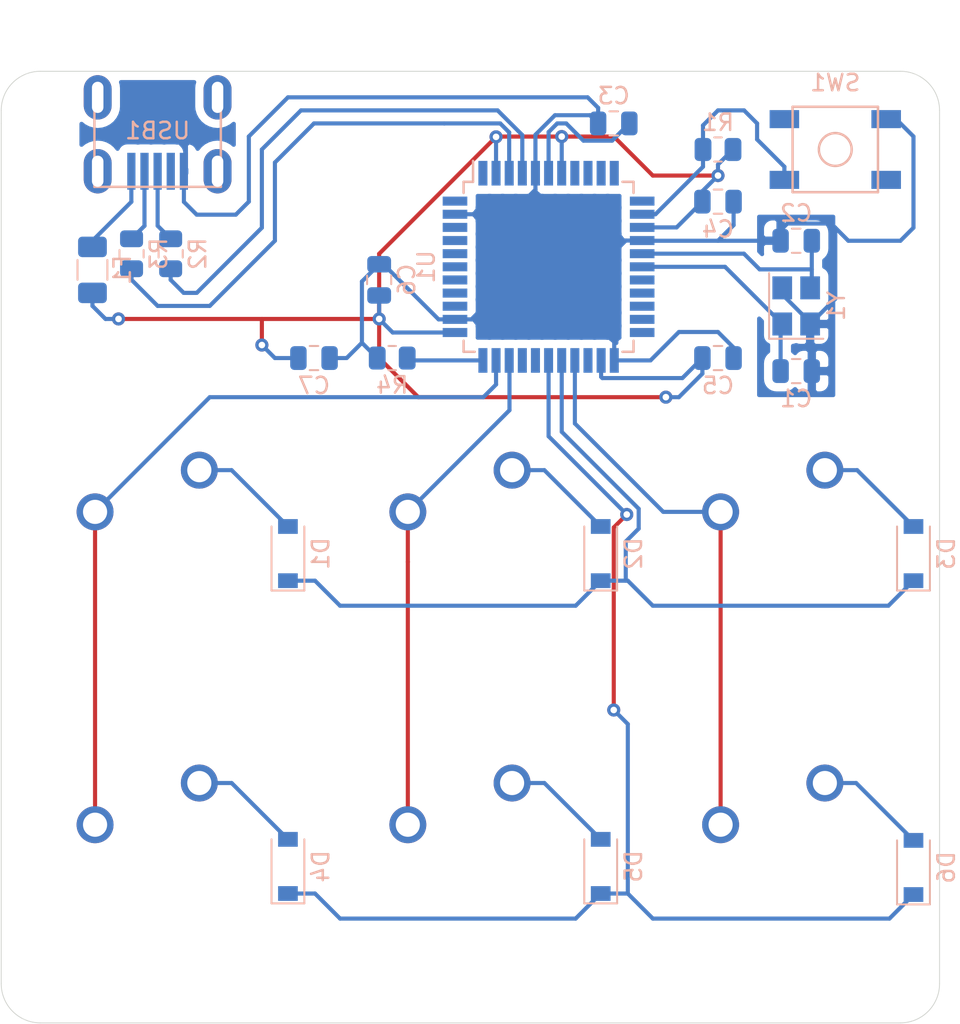
<source format=kicad_pcb>
(kicad_pcb (version 20171130) (host pcbnew "(5.1.8)-1")

  (general
    (thickness 1.6)
    (drawings 11)
    (tracks 216)
    (zones 0)
    (modules 28)
    (nets 47)
  )

  (page A4)
  (layers
    (0 F.Cu signal)
    (31 B.Cu signal)
    (32 B.Adhes user)
    (33 F.Adhes user)
    (34 B.Paste user)
    (35 F.Paste user)
    (36 B.SilkS user)
    (37 F.SilkS user)
    (38 B.Mask user)
    (39 F.Mask user)
    (40 Dwgs.User user)
    (41 Cmts.User user)
    (42 Eco1.User user)
    (43 Eco2.User user)
    (44 Edge.Cuts user)
    (45 Margin user)
    (46 B.CrtYd user)
    (47 F.CrtYd user)
    (48 B.Fab user)
    (49 F.Fab user)
  )

  (setup
    (last_trace_width 0.25)
    (trace_clearance 0.2)
    (zone_clearance 0.508)
    (zone_45_only no)
    (trace_min 0.2)
    (via_size 0.8)
    (via_drill 0.4)
    (via_min_size 0.4)
    (via_min_drill 0.3)
    (uvia_size 0.3)
    (uvia_drill 0.1)
    (uvias_allowed no)
    (uvia_min_size 0.2)
    (uvia_min_drill 0.1)
    (edge_width 0.05)
    (segment_width 0.2)
    (pcb_text_width 0.3)
    (pcb_text_size 1.5 1.5)
    (mod_edge_width 0.12)
    (mod_text_size 1 1)
    (mod_text_width 0.15)
    (pad_size 1.524 1.524)
    (pad_drill 0.762)
    (pad_to_mask_clearance 0)
    (aux_axis_origin 0 0)
    (visible_elements 7FFFFFFF)
    (pcbplotparams
      (layerselection 0x010fc_ffffffff)
      (usegerberextensions false)
      (usegerberattributes true)
      (usegerberadvancedattributes true)
      (creategerberjobfile true)
      (excludeedgelayer true)
      (linewidth 0.100000)
      (plotframeref false)
      (viasonmask false)
      (mode 1)
      (useauxorigin false)
      (hpglpennumber 1)
      (hpglpenspeed 20)
      (hpglpendiameter 15.000000)
      (psnegative false)
      (psa4output false)
      (plotreference true)
      (plotvalue true)
      (plotinvisibletext false)
      (padsonsilk false)
      (subtractmaskfromsilk false)
      (outputformat 1)
      (mirror false)
      (drillshape 1)
      (scaleselection 1)
      (outputdirectory ""))
  )

  (net 0 "")
  (net 1 GND)
  (net 2 "Net-(C1-Pad1)")
  (net 3 "Net-(C2-Pad1)")
  (net 4 "Net-(C3-Pad1)")
  (net 5 +5V)
  (net 6 "Net-(D1-Pad2)")
  (net 7 ROW0)
  (net 8 "Net-(D2-Pad2)")
  (net 9 "Net-(D3-Pad2)")
  (net 10 "Net-(D4-Pad2)")
  (net 11 ROW1)
  (net 12 "Net-(D5-Pad2)")
  (net 13 "Net-(D6-Pad2)")
  (net 14 VCC)
  (net 15 COL0)
  (net 16 COL1)
  (net 17 COL2)
  (net 18 "Net-(R1-Pad2)")
  (net 19 D+)
  (net 20 "Net-(R2-Pad1)")
  (net 21 D-)
  (net 22 "Net-(R3-Pad1)")
  (net 23 "Net-(R4-Pad2)")
  (net 24 "Net-(U1-Pad42)")
  (net 25 "Net-(U1-Pad41)")
  (net 26 "Net-(U1-Pad40)")
  (net 27 "Net-(U1-Pad39)")
  (net 28 "Net-(U1-Pad38)")
  (net 29 "Net-(U1-Pad37)")
  (net 30 "Net-(U1-Pad36)")
  (net 31 "Net-(U1-Pad30)")
  (net 32 "Net-(U1-Pad29)")
  (net 33 "Net-(U1-Pad25)")
  (net 34 "Net-(U1-Pad22)")
  (net 35 "Net-(U1-Pad21)")
  (net 36 "Net-(U1-Pad20)")
  (net 37 "Net-(U1-Pad19)")
  (net 38 "Net-(U1-Pad18)")
  (net 39 "Net-(U1-Pad12)")
  (net 40 "Net-(U1-Pad11)")
  (net 41 "Net-(U1-Pad10)")
  (net 42 "Net-(U1-Pad9)")
  (net 43 "Net-(U1-Pad8)")
  (net 44 "Net-(U1-Pad1)")
  (net 45 "Net-(USB1-Pad6)")
  (net 46 "Net-(USB1-Pad2)")

  (net_class Default "This is the default net class."
    (clearance 0.2)
    (trace_width 0.25)
    (via_dia 0.8)
    (via_drill 0.4)
    (uvia_dia 0.3)
    (uvia_drill 0.1)
    (add_net +5V)
    (add_net COL0)
    (add_net COL1)
    (add_net COL2)
    (add_net D+)
    (add_net D-)
    (add_net GND)
    (add_net "Net-(C1-Pad1)")
    (add_net "Net-(C2-Pad1)")
    (add_net "Net-(C3-Pad1)")
    (add_net "Net-(D1-Pad2)")
    (add_net "Net-(D2-Pad2)")
    (add_net "Net-(D3-Pad2)")
    (add_net "Net-(D4-Pad2)")
    (add_net "Net-(D5-Pad2)")
    (add_net "Net-(D6-Pad2)")
    (add_net "Net-(R1-Pad2)")
    (add_net "Net-(R2-Pad1)")
    (add_net "Net-(R3-Pad1)")
    (add_net "Net-(R4-Pad2)")
    (add_net "Net-(U1-Pad1)")
    (add_net "Net-(U1-Pad10)")
    (add_net "Net-(U1-Pad11)")
    (add_net "Net-(U1-Pad12)")
    (add_net "Net-(U1-Pad18)")
    (add_net "Net-(U1-Pad19)")
    (add_net "Net-(U1-Pad20)")
    (add_net "Net-(U1-Pad21)")
    (add_net "Net-(U1-Pad22)")
    (add_net "Net-(U1-Pad25)")
    (add_net "Net-(U1-Pad29)")
    (add_net "Net-(U1-Pad30)")
    (add_net "Net-(U1-Pad36)")
    (add_net "Net-(U1-Pad37)")
    (add_net "Net-(U1-Pad38)")
    (add_net "Net-(U1-Pad39)")
    (add_net "Net-(U1-Pad40)")
    (add_net "Net-(U1-Pad41)")
    (add_net "Net-(U1-Pad42)")
    (add_net "Net-(U1-Pad8)")
    (add_net "Net-(U1-Pad9)")
    (add_net "Net-(USB1-Pad2)")
    (add_net "Net-(USB1-Pad6)")
    (add_net ROW0)
    (add_net ROW1)
    (add_net VCC)
  )

  (module MX_Only:MXOnly-1U-NoLED (layer F.Cu) (tedit 5BD3C6C7) (tstamp 5FB5F61B)
    (at 177.8 124.61875)
    (path /5FC0F677)
    (fp_text reference MX6 (at 0 3.175) (layer Dwgs.User)
      (effects (font (size 1 1) (thickness 0.15)))
    )
    (fp_text value MX-NoLED (at 0 -7.9375) (layer Dwgs.User)
      (effects (font (size 1 1) (thickness 0.15)))
    )
    (fp_line (start -9.525 9.525) (end -9.525 -9.525) (layer Dwgs.User) (width 0.15))
    (fp_line (start 9.525 9.525) (end -9.525 9.525) (layer Dwgs.User) (width 0.15))
    (fp_line (start 9.525 -9.525) (end 9.525 9.525) (layer Dwgs.User) (width 0.15))
    (fp_line (start -9.525 -9.525) (end 9.525 -9.525) (layer Dwgs.User) (width 0.15))
    (fp_line (start -7 -7) (end -7 -5) (layer Dwgs.User) (width 0.15))
    (fp_line (start -5 -7) (end -7 -7) (layer Dwgs.User) (width 0.15))
    (fp_line (start -7 7) (end -5 7) (layer Dwgs.User) (width 0.15))
    (fp_line (start -7 5) (end -7 7) (layer Dwgs.User) (width 0.15))
    (fp_line (start 7 7) (end 7 5) (layer Dwgs.User) (width 0.15))
    (fp_line (start 5 7) (end 7 7) (layer Dwgs.User) (width 0.15))
    (fp_line (start 7 -7) (end 7 -5) (layer Dwgs.User) (width 0.15))
    (fp_line (start 5 -7) (end 7 -7) (layer Dwgs.User) (width 0.15))
    (pad 2 thru_hole circle (at 2.54 -5.08) (size 2.25 2.25) (drill 1.47) (layers *.Cu B.Mask)
      (net 13 "Net-(D6-Pad2)"))
    (pad "" np_thru_hole circle (at 0 0) (size 3.9878 3.9878) (drill 3.9878) (layers *.Cu *.Mask))
    (pad 1 thru_hole circle (at -3.81 -2.54) (size 2.25 2.25) (drill 1.47) (layers *.Cu B.Mask)
      (net 17 COL2))
    (pad "" np_thru_hole circle (at -5.08 0 48.0996) (size 1.75 1.75) (drill 1.75) (layers *.Cu *.Mask))
    (pad "" np_thru_hole circle (at 5.08 0 48.0996) (size 1.75 1.75) (drill 1.75) (layers *.Cu *.Mask))
  )

  (module MX_Only:MXOnly-1U-NoLED (layer F.Cu) (tedit 5BD3C6C7) (tstamp 5FB5F604)
    (at 158.75 124.61875)
    (path /5FC0D66E)
    (fp_text reference MX5 (at 0 3.175) (layer Dwgs.User)
      (effects (font (size 1 1) (thickness 0.15)))
    )
    (fp_text value MX-NoLED (at 0 -7.9375) (layer Dwgs.User)
      (effects (font (size 1 1) (thickness 0.15)))
    )
    (fp_line (start -9.525 9.525) (end -9.525 -9.525) (layer Dwgs.User) (width 0.15))
    (fp_line (start 9.525 9.525) (end -9.525 9.525) (layer Dwgs.User) (width 0.15))
    (fp_line (start 9.525 -9.525) (end 9.525 9.525) (layer Dwgs.User) (width 0.15))
    (fp_line (start -9.525 -9.525) (end 9.525 -9.525) (layer Dwgs.User) (width 0.15))
    (fp_line (start -7 -7) (end -7 -5) (layer Dwgs.User) (width 0.15))
    (fp_line (start -5 -7) (end -7 -7) (layer Dwgs.User) (width 0.15))
    (fp_line (start -7 7) (end -5 7) (layer Dwgs.User) (width 0.15))
    (fp_line (start -7 5) (end -7 7) (layer Dwgs.User) (width 0.15))
    (fp_line (start 7 7) (end 7 5) (layer Dwgs.User) (width 0.15))
    (fp_line (start 5 7) (end 7 7) (layer Dwgs.User) (width 0.15))
    (fp_line (start 7 -7) (end 7 -5) (layer Dwgs.User) (width 0.15))
    (fp_line (start 5 -7) (end 7 -7) (layer Dwgs.User) (width 0.15))
    (pad 2 thru_hole circle (at 2.54 -5.08) (size 2.25 2.25) (drill 1.47) (layers *.Cu B.Mask)
      (net 12 "Net-(D5-Pad2)"))
    (pad "" np_thru_hole circle (at 0 0) (size 3.9878 3.9878) (drill 3.9878) (layers *.Cu *.Mask))
    (pad 1 thru_hole circle (at -3.81 -2.54) (size 2.25 2.25) (drill 1.47) (layers *.Cu B.Mask)
      (net 16 COL1))
    (pad "" np_thru_hole circle (at -5.08 0 48.0996) (size 1.75 1.75) (drill 1.75) (layers *.Cu *.Mask))
    (pad "" np_thru_hole circle (at 5.08 0 48.0996) (size 1.75 1.75) (drill 1.75) (layers *.Cu *.Mask))
  )

  (module MX_Only:MXOnly-1U-NoLED (layer F.Cu) (tedit 5BD3C6C7) (tstamp 5FB5F5ED)
    (at 139.7 124.61875)
    (path /5FC0B87D)
    (fp_text reference MX4 (at 0 3.175) (layer Dwgs.User)
      (effects (font (size 1 1) (thickness 0.15)))
    )
    (fp_text value MX-NoLED (at 0 -7.9375) (layer Dwgs.User)
      (effects (font (size 1 1) (thickness 0.15)))
    )
    (fp_line (start -9.525 9.525) (end -9.525 -9.525) (layer Dwgs.User) (width 0.15))
    (fp_line (start 9.525 9.525) (end -9.525 9.525) (layer Dwgs.User) (width 0.15))
    (fp_line (start 9.525 -9.525) (end 9.525 9.525) (layer Dwgs.User) (width 0.15))
    (fp_line (start -9.525 -9.525) (end 9.525 -9.525) (layer Dwgs.User) (width 0.15))
    (fp_line (start -7 -7) (end -7 -5) (layer Dwgs.User) (width 0.15))
    (fp_line (start -5 -7) (end -7 -7) (layer Dwgs.User) (width 0.15))
    (fp_line (start -7 7) (end -5 7) (layer Dwgs.User) (width 0.15))
    (fp_line (start -7 5) (end -7 7) (layer Dwgs.User) (width 0.15))
    (fp_line (start 7 7) (end 7 5) (layer Dwgs.User) (width 0.15))
    (fp_line (start 5 7) (end 7 7) (layer Dwgs.User) (width 0.15))
    (fp_line (start 7 -7) (end 7 -5) (layer Dwgs.User) (width 0.15))
    (fp_line (start 5 -7) (end 7 -7) (layer Dwgs.User) (width 0.15))
    (pad 2 thru_hole circle (at 2.54 -5.08) (size 2.25 2.25) (drill 1.47) (layers *.Cu B.Mask)
      (net 10 "Net-(D4-Pad2)"))
    (pad "" np_thru_hole circle (at 0 0) (size 3.9878 3.9878) (drill 3.9878) (layers *.Cu *.Mask))
    (pad 1 thru_hole circle (at -3.81 -2.54) (size 2.25 2.25) (drill 1.47) (layers *.Cu B.Mask)
      (net 15 COL0))
    (pad "" np_thru_hole circle (at -5.08 0 48.0996) (size 1.75 1.75) (drill 1.75) (layers *.Cu *.Mask))
    (pad "" np_thru_hole circle (at 5.08 0 48.0996) (size 1.75 1.75) (drill 1.75) (layers *.Cu *.Mask))
  )

  (module MX_Only:MXOnly-1U-NoLED (layer F.Cu) (tedit 5BD3C6C7) (tstamp 5FB5F5D6)
    (at 177.8 105.56875)
    (path /5FC08B3B)
    (fp_text reference MX3 (at 0 3.175) (layer Dwgs.User)
      (effects (font (size 1 1) (thickness 0.15)))
    )
    (fp_text value MX-NoLED (at 0 -7.9375) (layer Dwgs.User)
      (effects (font (size 1 1) (thickness 0.15)))
    )
    (fp_line (start -9.525 9.525) (end -9.525 -9.525) (layer Dwgs.User) (width 0.15))
    (fp_line (start 9.525 9.525) (end -9.525 9.525) (layer Dwgs.User) (width 0.15))
    (fp_line (start 9.525 -9.525) (end 9.525 9.525) (layer Dwgs.User) (width 0.15))
    (fp_line (start -9.525 -9.525) (end 9.525 -9.525) (layer Dwgs.User) (width 0.15))
    (fp_line (start -7 -7) (end -7 -5) (layer Dwgs.User) (width 0.15))
    (fp_line (start -5 -7) (end -7 -7) (layer Dwgs.User) (width 0.15))
    (fp_line (start -7 7) (end -5 7) (layer Dwgs.User) (width 0.15))
    (fp_line (start -7 5) (end -7 7) (layer Dwgs.User) (width 0.15))
    (fp_line (start 7 7) (end 7 5) (layer Dwgs.User) (width 0.15))
    (fp_line (start 5 7) (end 7 7) (layer Dwgs.User) (width 0.15))
    (fp_line (start 7 -7) (end 7 -5) (layer Dwgs.User) (width 0.15))
    (fp_line (start 5 -7) (end 7 -7) (layer Dwgs.User) (width 0.15))
    (pad 2 thru_hole circle (at 2.54 -5.08) (size 2.25 2.25) (drill 1.47) (layers *.Cu B.Mask)
      (net 9 "Net-(D3-Pad2)"))
    (pad "" np_thru_hole circle (at 0 0) (size 3.9878 3.9878) (drill 3.9878) (layers *.Cu *.Mask))
    (pad 1 thru_hole circle (at -3.81 -2.54) (size 2.25 2.25) (drill 1.47) (layers *.Cu B.Mask)
      (net 17 COL2))
    (pad "" np_thru_hole circle (at -5.08 0 48.0996) (size 1.75 1.75) (drill 1.75) (layers *.Cu *.Mask))
    (pad "" np_thru_hole circle (at 5.08 0 48.0996) (size 1.75 1.75) (drill 1.75) (layers *.Cu *.Mask))
  )

  (module MX_Only:MXOnly-1U-NoLED (layer F.Cu) (tedit 5BD3C6C7) (tstamp 5FB5F5BF)
    (at 158.75 105.56875)
    (path /5FC072C3)
    (fp_text reference MX2 (at 0 3.175) (layer Dwgs.User)
      (effects (font (size 1 1) (thickness 0.15)))
    )
    (fp_text value MX-NoLED (at 0 -7.9375) (layer Dwgs.User)
      (effects (font (size 1 1) (thickness 0.15)))
    )
    (fp_line (start -9.525 9.525) (end -9.525 -9.525) (layer Dwgs.User) (width 0.15))
    (fp_line (start 9.525 9.525) (end -9.525 9.525) (layer Dwgs.User) (width 0.15))
    (fp_line (start 9.525 -9.525) (end 9.525 9.525) (layer Dwgs.User) (width 0.15))
    (fp_line (start -9.525 -9.525) (end 9.525 -9.525) (layer Dwgs.User) (width 0.15))
    (fp_line (start -7 -7) (end -7 -5) (layer Dwgs.User) (width 0.15))
    (fp_line (start -5 -7) (end -7 -7) (layer Dwgs.User) (width 0.15))
    (fp_line (start -7 7) (end -5 7) (layer Dwgs.User) (width 0.15))
    (fp_line (start -7 5) (end -7 7) (layer Dwgs.User) (width 0.15))
    (fp_line (start 7 7) (end 7 5) (layer Dwgs.User) (width 0.15))
    (fp_line (start 5 7) (end 7 7) (layer Dwgs.User) (width 0.15))
    (fp_line (start 7 -7) (end 7 -5) (layer Dwgs.User) (width 0.15))
    (fp_line (start 5 -7) (end 7 -7) (layer Dwgs.User) (width 0.15))
    (pad 2 thru_hole circle (at 2.54 -5.08) (size 2.25 2.25) (drill 1.47) (layers *.Cu B.Mask)
      (net 8 "Net-(D2-Pad2)"))
    (pad "" np_thru_hole circle (at 0 0) (size 3.9878 3.9878) (drill 3.9878) (layers *.Cu *.Mask))
    (pad 1 thru_hole circle (at -3.81 -2.54) (size 2.25 2.25) (drill 1.47) (layers *.Cu B.Mask)
      (net 16 COL1))
    (pad "" np_thru_hole circle (at -5.08 0 48.0996) (size 1.75 1.75) (drill 1.75) (layers *.Cu *.Mask))
    (pad "" np_thru_hole circle (at 5.08 0 48.0996) (size 1.75 1.75) (drill 1.75) (layers *.Cu *.Mask))
  )

  (module MX_Only:MXOnly-1U-NoLED (layer F.Cu) (tedit 5BD3C6C7) (tstamp 5FB5F5A8)
    (at 139.7 105.56875)
    (path /5FBFCCFE)
    (fp_text reference MX1 (at 0 3.175) (layer Dwgs.User)
      (effects (font (size 1 1) (thickness 0.15)))
    )
    (fp_text value MX-NoLED (at 0 -7.9375) (layer Dwgs.User)
      (effects (font (size 1 1) (thickness 0.15)))
    )
    (fp_line (start -9.525 9.525) (end -9.525 -9.525) (layer Dwgs.User) (width 0.15))
    (fp_line (start 9.525 9.525) (end -9.525 9.525) (layer Dwgs.User) (width 0.15))
    (fp_line (start 9.525 -9.525) (end 9.525 9.525) (layer Dwgs.User) (width 0.15))
    (fp_line (start -9.525 -9.525) (end 9.525 -9.525) (layer Dwgs.User) (width 0.15))
    (fp_line (start -7 -7) (end -7 -5) (layer Dwgs.User) (width 0.15))
    (fp_line (start -5 -7) (end -7 -7) (layer Dwgs.User) (width 0.15))
    (fp_line (start -7 7) (end -5 7) (layer Dwgs.User) (width 0.15))
    (fp_line (start -7 5) (end -7 7) (layer Dwgs.User) (width 0.15))
    (fp_line (start 7 7) (end 7 5) (layer Dwgs.User) (width 0.15))
    (fp_line (start 5 7) (end 7 7) (layer Dwgs.User) (width 0.15))
    (fp_line (start 7 -7) (end 7 -5) (layer Dwgs.User) (width 0.15))
    (fp_line (start 5 -7) (end 7 -7) (layer Dwgs.User) (width 0.15))
    (pad 2 thru_hole circle (at 2.54 -5.08) (size 2.25 2.25) (drill 1.47) (layers *.Cu B.Mask)
      (net 6 "Net-(D1-Pad2)"))
    (pad "" np_thru_hole circle (at 0 0) (size 3.9878 3.9878) (drill 3.9878) (layers *.Cu *.Mask))
    (pad 1 thru_hole circle (at -3.81 -2.54) (size 2.25 2.25) (drill 1.47) (layers *.Cu B.Mask)
      (net 15 COL0))
    (pad "" np_thru_hole circle (at -5.08 0 48.0996) (size 1.75 1.75) (drill 1.75) (layers *.Cu *.Mask))
    (pad "" np_thru_hole circle (at 5.08 0 48.0996) (size 1.75 1.75) (drill 1.75) (layers *.Cu *.Mask))
  )

  (module Capacitor_SMD:C_0805_2012Metric (layer B.Cu) (tedit 5F68FEEE) (tstamp 5FB68EAF)
    (at 149.225 93.6625)
    (descr "Capacitor SMD 0805 (2012 Metric), square (rectangular) end terminal, IPC_7351 nominal, (Body size source: IPC-SM-782 page 76, https://www.pcb-3d.com/wordpress/wp-content/uploads/ipc-sm-782a_amendment_1_and_2.pdf, https://docs.google.com/spreadsheets/d/1BsfQQcO9C6DZCsRaXUlFlo91Tg2WpOkGARC1WS5S8t0/edit?usp=sharing), generated with kicad-footprint-generator")
    (tags capacitor)
    (path /5FB6C403)
    (attr smd)
    (fp_text reference C7 (at 0 1.68 180) (layer B.SilkS)
      (effects (font (size 1 1) (thickness 0.15)) (justify mirror))
    )
    (fp_text value 10uF (at 0 -1.68 180) (layer B.Fab)
      (effects (font (size 1 1) (thickness 0.15)) (justify mirror))
    )
    (fp_line (start -1 -0.625) (end -1 0.625) (layer B.Fab) (width 0.1))
    (fp_line (start -1 0.625) (end 1 0.625) (layer B.Fab) (width 0.1))
    (fp_line (start 1 0.625) (end 1 -0.625) (layer B.Fab) (width 0.1))
    (fp_line (start 1 -0.625) (end -1 -0.625) (layer B.Fab) (width 0.1))
    (fp_line (start -0.261252 0.735) (end 0.261252 0.735) (layer B.SilkS) (width 0.12))
    (fp_line (start -0.261252 -0.735) (end 0.261252 -0.735) (layer B.SilkS) (width 0.12))
    (fp_line (start -1.7 -0.98) (end -1.7 0.98) (layer B.CrtYd) (width 0.05))
    (fp_line (start -1.7 0.98) (end 1.7 0.98) (layer B.CrtYd) (width 0.05))
    (fp_line (start 1.7 0.98) (end 1.7 -0.98) (layer B.CrtYd) (width 0.05))
    (fp_line (start 1.7 -0.98) (end -1.7 -0.98) (layer B.CrtYd) (width 0.05))
    (fp_text user %R (at 0 0 180) (layer B.Fab)
      (effects (font (size 0.5 0.5) (thickness 0.08)) (justify mirror))
    )
    (pad 2 smd roundrect (at 0.95 0) (size 1 1.45) (layers B.Cu B.Paste B.Mask) (roundrect_rratio 0.25)
      (net 1 GND))
    (pad 1 smd roundrect (at -0.95 0) (size 1 1.45) (layers B.Cu B.Paste B.Mask) (roundrect_rratio 0.25)
      (net 5 +5V))
    (model ${KISYS3DMOD}/Capacitor_SMD.3dshapes/C_0805_2012Metric.wrl
      (at (xyz 0 0 0))
      (scale (xyz 1 1 1))
      (rotate (xyz 0 0 0))
    )
  )

  (module Crystal:Crystal_SMD_3225-4Pin_3.2x2.5mm (layer B.Cu) (tedit 5A0FD1B2) (tstamp 5FB5F6F4)
    (at 178.59375 90.4875 90)
    (descr "SMD Crystal SERIES SMD3225/4 http://www.txccrystal.com/images/pdf/7m-accuracy.pdf, 3.2x2.5mm^2 package")
    (tags "SMD SMT crystal")
    (path /5FB73CC7)
    (attr smd)
    (fp_text reference Y1 (at 0 2.45 90) (layer B.SilkS)
      (effects (font (size 1 1) (thickness 0.15)) (justify mirror))
    )
    (fp_text value 16MHz (at 0 -2.45 90) (layer B.Fab)
      (effects (font (size 1 1) (thickness 0.15)) (justify mirror))
    )
    (fp_line (start -1.6 1.25) (end -1.6 -1.25) (layer B.Fab) (width 0.1))
    (fp_line (start -1.6 -1.25) (end 1.6 -1.25) (layer B.Fab) (width 0.1))
    (fp_line (start 1.6 -1.25) (end 1.6 1.25) (layer B.Fab) (width 0.1))
    (fp_line (start 1.6 1.25) (end -1.6 1.25) (layer B.Fab) (width 0.1))
    (fp_line (start -1.6 -0.25) (end -0.6 -1.25) (layer B.Fab) (width 0.1))
    (fp_line (start -2 1.65) (end -2 -1.65) (layer B.SilkS) (width 0.12))
    (fp_line (start -2 -1.65) (end 2 -1.65) (layer B.SilkS) (width 0.12))
    (fp_line (start -2.1 1.7) (end -2.1 -1.7) (layer B.CrtYd) (width 0.05))
    (fp_line (start -2.1 -1.7) (end 2.1 -1.7) (layer B.CrtYd) (width 0.05))
    (fp_line (start 2.1 -1.7) (end 2.1 1.7) (layer B.CrtYd) (width 0.05))
    (fp_line (start 2.1 1.7) (end -2.1 1.7) (layer B.CrtYd) (width 0.05))
    (fp_text user %R (at 0 0 90) (layer B.Fab)
      (effects (font (size 0.7 0.7) (thickness 0.105)) (justify mirror))
    )
    (pad 4 smd rect (at -1.1 0.85 90) (size 1.4 1.2) (layers B.Cu B.Paste B.Mask)
      (net 1 GND))
    (pad 3 smd rect (at 1.1 0.85 90) (size 1.4 1.2) (layers B.Cu B.Paste B.Mask)
      (net 3 "Net-(C2-Pad1)"))
    (pad 2 smd rect (at 1.1 -0.85 90) (size 1.4 1.2) (layers B.Cu B.Paste B.Mask)
      (net 1 GND))
    (pad 1 smd rect (at -1.1 -0.85 90) (size 1.4 1.2) (layers B.Cu B.Paste B.Mask)
      (net 2 "Net-(C1-Pad1)"))
    (model ${KISYS3DMOD}/Crystal.3dshapes/Crystal_SMD_3225-4Pin_3.2x2.5mm.wrl
      (at (xyz 0 0 0))
      (scale (xyz 1 1 1))
      (rotate (xyz 0 0 0))
    )
  )

  (module random-keyboard-parts:Molex-0548190589 (layer B.Cu) (tedit 5C494815) (tstamp 5FB5F6E0)
    (at 139.7 77.7875 270)
    (path /5FBB8442)
    (attr smd)
    (fp_text reference USB1 (at 2.032 0 180) (layer B.SilkS)
      (effects (font (size 1 1) (thickness 0.15)) (justify mirror))
    )
    (fp_text value Molex-0548190589 (at -5.08 0 180) (layer Dwgs.User)
      (effects (font (size 1 1) (thickness 0.15)))
    )
    (fp_line (start -3.75 3.85) (end -3.75 -3.85) (layer Dwgs.User) (width 0.15))
    (fp_line (start -1.75 4.572) (end -1.75 -4.572) (layer Dwgs.User) (width 0.15))
    (fp_line (start -3.75 -3.85) (end 0 -3.85) (layer Dwgs.User) (width 0.15))
    (fp_line (start -3.75 3.85) (end 0 3.85) (layer Dwgs.User) (width 0.15))
    (fp_line (start 5.45 3.85) (end 5.45 -3.85) (layer B.SilkS) (width 0.15))
    (fp_line (start 0 -3.85) (end 5.45 -3.85) (layer B.SilkS) (width 0.15))
    (fp_line (start 0 3.85) (end 5.45 3.85) (layer B.SilkS) (width 0.15))
    (fp_line (start -3.75 3.75) (end 5.5 3.75) (layer B.CrtYd) (width 0.15))
    (fp_line (start 5.5 3.75) (end 5.5 -3.75) (layer B.CrtYd) (width 0.15))
    (fp_line (start 5.5 -3.75) (end -3.75 -3.75) (layer B.CrtYd) (width 0.15))
    (fp_line (start -3.75 -3.75) (end -3.75 3.75) (layer B.CrtYd) (width 0.15))
    (fp_line (start 5.5 2) (end 3.25 2) (layer B.CrtYd) (width 0.15))
    (fp_line (start 3.25 2) (end 3.25 -2) (layer B.CrtYd) (width 0.15))
    (fp_line (start 3.25 -2) (end 5.5 -2) (layer B.CrtYd) (width 0.15))
    (fp_line (start 5.5 -1.25) (end 3.25 -1.25) (layer B.CrtYd) (width 0.15))
    (fp_line (start 3.25 -0.5) (end 5.5 -0.5) (layer B.CrtYd) (width 0.15))
    (fp_line (start 5.5 0.5) (end 3.25 0.5) (layer B.CrtYd) (width 0.15))
    (fp_line (start 3.25 1.25) (end 5.5 1.25) (layer B.CrtYd) (width 0.15))
    (fp_text user %R (at 2 0 180) (layer B.CrtYd)
      (effects (font (size 1 1) (thickness 0.15)) (justify mirror))
    )
    (pad 6 thru_hole oval (at 0 3.65 270) (size 2.7 1.7) (drill oval 1.9 0.7) (layers *.Cu *.Mask)
      (net 45 "Net-(USB1-Pad6)"))
    (pad 6 thru_hole oval (at 0 -3.65 270) (size 2.7 1.7) (drill oval 1.9 0.7) (layers *.Cu *.Mask)
      (net 45 "Net-(USB1-Pad6)"))
    (pad 6 thru_hole oval (at 4.5 -3.65 270) (size 2.7 1.7) (drill oval 1.9 0.7) (layers *.Cu *.Mask)
      (net 45 "Net-(USB1-Pad6)"))
    (pad 6 thru_hole oval (at 4.5 3.65 270) (size 2.7 1.7) (drill oval 1.9 0.7) (layers *.Cu *.Mask)
      (net 45 "Net-(USB1-Pad6)"))
    (pad 5 smd rect (at 4.5 1.6 270) (size 2.25 0.5) (layers B.Cu B.Paste B.Mask)
      (net 14 VCC))
    (pad 4 smd rect (at 4.5 0.8 270) (size 2.25 0.5) (layers B.Cu B.Paste B.Mask)
      (net 21 D-))
    (pad 3 smd rect (at 4.5 0 270) (size 2.25 0.5) (layers B.Cu B.Paste B.Mask)
      (net 19 D+))
    (pad 2 smd rect (at 4.5 -0.8 270) (size 2.25 0.5) (layers B.Cu B.Paste B.Mask)
      (net 46 "Net-(USB1-Pad2)"))
    (pad 1 smd rect (at 4.5 -1.6 270) (size 2.25 0.5) (layers B.Cu B.Paste B.Mask)
      (net 1 GND))
  )

  (module Package_QFP:TQFP-44_10x10mm_P0.8mm (layer B.Cu) (tedit 5A02F146) (tstamp 5FB5F6C0)
    (at 163.5125 88.10625 270)
    (descr "44-Lead Plastic Thin Quad Flatpack (PT) - 10x10x1.0 mm Body [TQFP] (see Microchip Packaging Specification 00000049BS.pdf)")
    (tags "QFP 0.8")
    (path /5FB591DF)
    (attr smd)
    (fp_text reference U1 (at 0 7.45 90) (layer B.SilkS)
      (effects (font (size 1 1) (thickness 0.15)) (justify mirror))
    )
    (fp_text value ATmega32U4-AU (at 0 -7.45 90) (layer B.Fab)
      (effects (font (size 1 1) (thickness 0.15)) (justify mirror))
    )
    (fp_line (start -4 5) (end 5 5) (layer B.Fab) (width 0.15))
    (fp_line (start 5 5) (end 5 -5) (layer B.Fab) (width 0.15))
    (fp_line (start 5 -5) (end -5 -5) (layer B.Fab) (width 0.15))
    (fp_line (start -5 -5) (end -5 4) (layer B.Fab) (width 0.15))
    (fp_line (start -5 4) (end -4 5) (layer B.Fab) (width 0.15))
    (fp_line (start -6.7 6.7) (end -6.7 -6.7) (layer B.CrtYd) (width 0.05))
    (fp_line (start 6.7 6.7) (end 6.7 -6.7) (layer B.CrtYd) (width 0.05))
    (fp_line (start -6.7 6.7) (end 6.7 6.7) (layer B.CrtYd) (width 0.05))
    (fp_line (start -6.7 -6.7) (end 6.7 -6.7) (layer B.CrtYd) (width 0.05))
    (fp_line (start -5.175 5.175) (end -5.175 4.6) (layer B.SilkS) (width 0.15))
    (fp_line (start 5.175 5.175) (end 5.175 4.5) (layer B.SilkS) (width 0.15))
    (fp_line (start 5.175 -5.175) (end 5.175 -4.5) (layer B.SilkS) (width 0.15))
    (fp_line (start -5.175 -5.175) (end -5.175 -4.5) (layer B.SilkS) (width 0.15))
    (fp_line (start -5.175 5.175) (end -4.5 5.175) (layer B.SilkS) (width 0.15))
    (fp_line (start -5.175 -5.175) (end -4.5 -5.175) (layer B.SilkS) (width 0.15))
    (fp_line (start 5.175 -5.175) (end 4.5 -5.175) (layer B.SilkS) (width 0.15))
    (fp_line (start 5.175 5.175) (end 4.5 5.175) (layer B.SilkS) (width 0.15))
    (fp_line (start -5.175 4.6) (end -6.45 4.6) (layer B.SilkS) (width 0.15))
    (fp_text user %R (at 0 0 90) (layer B.Fab)
      (effects (font (size 1 1) (thickness 0.15)) (justify mirror))
    )
    (pad 44 smd rect (at -4 5.7 180) (size 1.5 0.55) (layers B.Cu B.Paste B.Mask)
      (net 5 +5V))
    (pad 43 smd rect (at -3.2 5.7 180) (size 1.5 0.55) (layers B.Cu B.Paste B.Mask)
      (net 1 GND))
    (pad 42 smd rect (at -2.4 5.7 180) (size 1.5 0.55) (layers B.Cu B.Paste B.Mask)
      (net 24 "Net-(U1-Pad42)"))
    (pad 41 smd rect (at -1.6 5.7 180) (size 1.5 0.55) (layers B.Cu B.Paste B.Mask)
      (net 25 "Net-(U1-Pad41)"))
    (pad 40 smd rect (at -0.8 5.7 180) (size 1.5 0.55) (layers B.Cu B.Paste B.Mask)
      (net 26 "Net-(U1-Pad40)"))
    (pad 39 smd rect (at 0 5.7 180) (size 1.5 0.55) (layers B.Cu B.Paste B.Mask)
      (net 27 "Net-(U1-Pad39)"))
    (pad 38 smd rect (at 0.8 5.7 180) (size 1.5 0.55) (layers B.Cu B.Paste B.Mask)
      (net 28 "Net-(U1-Pad38)"))
    (pad 37 smd rect (at 1.6 5.7 180) (size 1.5 0.55) (layers B.Cu B.Paste B.Mask)
      (net 29 "Net-(U1-Pad37)"))
    (pad 36 smd rect (at 2.4 5.7 180) (size 1.5 0.55) (layers B.Cu B.Paste B.Mask)
      (net 30 "Net-(U1-Pad36)"))
    (pad 35 smd rect (at 3.2 5.7 180) (size 1.5 0.55) (layers B.Cu B.Paste B.Mask)
      (net 1 GND))
    (pad 34 smd rect (at 4 5.7 180) (size 1.5 0.55) (layers B.Cu B.Paste B.Mask)
      (net 5 +5V))
    (pad 33 smd rect (at 5.7 4 270) (size 1.5 0.55) (layers B.Cu B.Paste B.Mask)
      (net 23 "Net-(R4-Pad2)"))
    (pad 32 smd rect (at 5.7 3.2 270) (size 1.5 0.55) (layers B.Cu B.Paste B.Mask)
      (net 15 COL0))
    (pad 31 smd rect (at 5.7 2.4 270) (size 1.5 0.55) (layers B.Cu B.Paste B.Mask)
      (net 16 COL1))
    (pad 30 smd rect (at 5.7 1.6 270) (size 1.5 0.55) (layers B.Cu B.Paste B.Mask)
      (net 31 "Net-(U1-Pad30)"))
    (pad 29 smd rect (at 5.7 0.8 270) (size 1.5 0.55) (layers B.Cu B.Paste B.Mask)
      (net 32 "Net-(U1-Pad29)"))
    (pad 28 smd rect (at 5.7 0 270) (size 1.5 0.55) (layers B.Cu B.Paste B.Mask)
      (net 11 ROW1))
    (pad 27 smd rect (at 5.7 -0.8 270) (size 1.5 0.55) (layers B.Cu B.Paste B.Mask)
      (net 7 ROW0))
    (pad 26 smd rect (at 5.7 -1.6 270) (size 1.5 0.55) (layers B.Cu B.Paste B.Mask)
      (net 17 COL2))
    (pad 25 smd rect (at 5.7 -2.4 270) (size 1.5 0.55) (layers B.Cu B.Paste B.Mask)
      (net 33 "Net-(U1-Pad25)"))
    (pad 24 smd rect (at 5.7 -3.2 270) (size 1.5 0.55) (layers B.Cu B.Paste B.Mask)
      (net 5 +5V))
    (pad 23 smd rect (at 5.7 -4 270) (size 1.5 0.55) (layers B.Cu B.Paste B.Mask)
      (net 1 GND))
    (pad 22 smd rect (at 4 -5.7 180) (size 1.5 0.55) (layers B.Cu B.Paste B.Mask)
      (net 34 "Net-(U1-Pad22)"))
    (pad 21 smd rect (at 3.2 -5.7 180) (size 1.5 0.55) (layers B.Cu B.Paste B.Mask)
      (net 35 "Net-(U1-Pad21)"))
    (pad 20 smd rect (at 2.4 -5.7 180) (size 1.5 0.55) (layers B.Cu B.Paste B.Mask)
      (net 36 "Net-(U1-Pad20)"))
    (pad 19 smd rect (at 1.6 -5.7 180) (size 1.5 0.55) (layers B.Cu B.Paste B.Mask)
      (net 37 "Net-(U1-Pad19)"))
    (pad 18 smd rect (at 0.8 -5.7 180) (size 1.5 0.55) (layers B.Cu B.Paste B.Mask)
      (net 38 "Net-(U1-Pad18)"))
    (pad 17 smd rect (at 0 -5.7 180) (size 1.5 0.55) (layers B.Cu B.Paste B.Mask)
      (net 2 "Net-(C1-Pad1)"))
    (pad 16 smd rect (at -0.8 -5.7 180) (size 1.5 0.55) (layers B.Cu B.Paste B.Mask)
      (net 3 "Net-(C2-Pad1)"))
    (pad 15 smd rect (at -1.6 -5.7 180) (size 1.5 0.55) (layers B.Cu B.Paste B.Mask)
      (net 1 GND))
    (pad 14 smd rect (at -2.4 -5.7 180) (size 1.5 0.55) (layers B.Cu B.Paste B.Mask)
      (net 5 +5V))
    (pad 13 smd rect (at -3.2 -5.7 180) (size 1.5 0.55) (layers B.Cu B.Paste B.Mask)
      (net 18 "Net-(R1-Pad2)"))
    (pad 12 smd rect (at -4 -5.7 180) (size 1.5 0.55) (layers B.Cu B.Paste B.Mask)
      (net 39 "Net-(U1-Pad12)"))
    (pad 11 smd rect (at -5.7 -4 270) (size 1.5 0.55) (layers B.Cu B.Paste B.Mask)
      (net 40 "Net-(U1-Pad11)"))
    (pad 10 smd rect (at -5.7 -3.2 270) (size 1.5 0.55) (layers B.Cu B.Paste B.Mask)
      (net 41 "Net-(U1-Pad10)"))
    (pad 9 smd rect (at -5.7 -2.4 270) (size 1.5 0.55) (layers B.Cu B.Paste B.Mask)
      (net 42 "Net-(U1-Pad9)"))
    (pad 8 smd rect (at -5.7 -1.6 270) (size 1.5 0.55) (layers B.Cu B.Paste B.Mask)
      (net 43 "Net-(U1-Pad8)"))
    (pad 7 smd rect (at -5.7 -0.8 270) (size 1.5 0.55) (layers B.Cu B.Paste B.Mask)
      (net 5 +5V))
    (pad 6 smd rect (at -5.7 0 270) (size 1.5 0.55) (layers B.Cu B.Paste B.Mask)
      (net 4 "Net-(C3-Pad1)"))
    (pad 5 smd rect (at -5.7 0.8 270) (size 1.5 0.55) (layers B.Cu B.Paste B.Mask)
      (net 1 GND))
    (pad 4 smd rect (at -5.7 1.6 270) (size 1.5 0.55) (layers B.Cu B.Paste B.Mask)
      (net 20 "Net-(R2-Pad1)"))
    (pad 3 smd rect (at -5.7 2.4 270) (size 1.5 0.55) (layers B.Cu B.Paste B.Mask)
      (net 22 "Net-(R3-Pad1)"))
    (pad 2 smd rect (at -5.7 3.2 270) (size 1.5 0.55) (layers B.Cu B.Paste B.Mask)
      (net 5 +5V))
    (pad 1 smd rect (at -5.7 4 270) (size 1.5 0.55) (layers B.Cu B.Paste B.Mask)
      (net 44 "Net-(U1-Pad1)"))
    (model ${KISYS3DMOD}/Package_QFP.3dshapes/TQFP-44_10x10mm_P0.8mm.wrl
      (at (xyz 0 0 0))
      (scale (xyz 1 1 1))
      (rotate (xyz 0 0 0))
    )
  )

  (module random-keyboard-parts:SKQG-1155865 (layer B.Cu) (tedit 5E62B398) (tstamp 5FB5F67D)
    (at 180.975 80.9625)
    (path /5FB956FB)
    (attr smd)
    (fp_text reference SW1 (at 0 -4.064) (layer B.SilkS)
      (effects (font (size 1 1) (thickness 0.15)) (justify mirror))
    )
    (fp_text value SW_Push (at 0 4.064) (layer B.Fab)
      (effects (font (size 1 1) (thickness 0.15)) (justify mirror))
    )
    (fp_line (start -2.6 -1.1) (end -1.1 -2.6) (layer B.Fab) (width 0.15))
    (fp_line (start 2.6 -1.1) (end 1.1 -2.6) (layer B.Fab) (width 0.15))
    (fp_line (start 2.6 1.1) (end 1.1 2.6) (layer B.Fab) (width 0.15))
    (fp_line (start -2.6 1.1) (end -1.1 2.6) (layer B.Fab) (width 0.15))
    (fp_circle (center 0 0) (end 1 0) (layer B.Fab) (width 0.15))
    (fp_line (start -4.2 1.1) (end -4.2 2.6) (layer B.Fab) (width 0.15))
    (fp_line (start -2.6 1.1) (end -4.2 1.1) (layer B.Fab) (width 0.15))
    (fp_line (start -2.6 -1.1) (end -2.6 1.1) (layer B.Fab) (width 0.15))
    (fp_line (start -4.2 -1.1) (end -2.6 -1.1) (layer B.Fab) (width 0.15))
    (fp_line (start -4.2 -2.6) (end -4.2 -1.1) (layer B.Fab) (width 0.15))
    (fp_line (start 4.2 -2.6) (end -4.2 -2.6) (layer B.Fab) (width 0.15))
    (fp_line (start 4.2 -1.1) (end 4.2 -2.6) (layer B.Fab) (width 0.15))
    (fp_line (start 2.6 -1.1) (end 4.2 -1.1) (layer B.Fab) (width 0.15))
    (fp_line (start 2.6 1.1) (end 2.6 -1.1) (layer B.Fab) (width 0.15))
    (fp_line (start 4.2 1.1) (end 2.6 1.1) (layer B.Fab) (width 0.15))
    (fp_line (start 4.2 2.6) (end 4.2 1.2) (layer B.Fab) (width 0.15))
    (fp_line (start -4.2 2.6) (end 4.2 2.6) (layer B.Fab) (width 0.15))
    (fp_circle (center 0 0) (end 1 0) (layer B.SilkS) (width 0.15))
    (fp_line (start -2.6 -2.6) (end -2.6 2.6) (layer B.SilkS) (width 0.15))
    (fp_line (start 2.6 -2.6) (end -2.6 -2.6) (layer B.SilkS) (width 0.15))
    (fp_line (start 2.6 2.6) (end 2.6 -2.6) (layer B.SilkS) (width 0.15))
    (fp_line (start -2.6 2.6) (end 2.6 2.6) (layer B.SilkS) (width 0.15))
    (pad 4 smd rect (at -3.1 -1.85) (size 1.8 1.1) (layers B.Cu B.Paste B.Mask))
    (pad 3 smd rect (at 3.1 1.85) (size 1.8 1.1) (layers B.Cu B.Paste B.Mask))
    (pad 2 smd rect (at -3.1 1.85) (size 1.8 1.1) (layers B.Cu B.Paste B.Mask)
      (net 18 "Net-(R1-Pad2)"))
    (pad 1 smd rect (at 3.1 -1.85) (size 1.8 1.1) (layers B.Cu B.Paste B.Mask)
      (net 1 GND))
    (model ${KISYS3DMOD}/Button_Switch_SMD.3dshapes/SW_SPST_TL3342.step
      (at (xyz 0 0 0))
      (scale (xyz 1 1 1))
      (rotate (xyz 0 0 0))
    )
  )

  (module Resistor_SMD:R_0805_2012Metric (layer B.Cu) (tedit 5F68FEEE) (tstamp 5FB5F65F)
    (at 153.9875 93.6625)
    (descr "Resistor SMD 0805 (2012 Metric), square (rectangular) end terminal, IPC_7351 nominal, (Body size source: IPC-SM-782 page 72, https://www.pcb-3d.com/wordpress/wp-content/uploads/ipc-sm-782a_amendment_1_and_2.pdf), generated with kicad-footprint-generator")
    (tags resistor)
    (path /5FB611FD)
    (attr smd)
    (fp_text reference R4 (at 0 1.65 180) (layer B.SilkS)
      (effects (font (size 1 1) (thickness 0.15)) (justify mirror))
    )
    (fp_text value 10k (at 0 -1.65 180) (layer B.Fab)
      (effects (font (size 1 1) (thickness 0.15)) (justify mirror))
    )
    (fp_line (start -1 -0.625) (end -1 0.625) (layer B.Fab) (width 0.1))
    (fp_line (start -1 0.625) (end 1 0.625) (layer B.Fab) (width 0.1))
    (fp_line (start 1 0.625) (end 1 -0.625) (layer B.Fab) (width 0.1))
    (fp_line (start 1 -0.625) (end -1 -0.625) (layer B.Fab) (width 0.1))
    (fp_line (start -0.227064 0.735) (end 0.227064 0.735) (layer B.SilkS) (width 0.12))
    (fp_line (start -0.227064 -0.735) (end 0.227064 -0.735) (layer B.SilkS) (width 0.12))
    (fp_line (start -1.68 -0.95) (end -1.68 0.95) (layer B.CrtYd) (width 0.05))
    (fp_line (start -1.68 0.95) (end 1.68 0.95) (layer B.CrtYd) (width 0.05))
    (fp_line (start 1.68 0.95) (end 1.68 -0.95) (layer B.CrtYd) (width 0.05))
    (fp_line (start 1.68 -0.95) (end -1.68 -0.95) (layer B.CrtYd) (width 0.05))
    (fp_text user %R (at 0 0 180) (layer B.Fab)
      (effects (font (size 0.5 0.5) (thickness 0.08)) (justify mirror))
    )
    (pad 2 smd roundrect (at 0.9125 0) (size 1.025 1.4) (layers B.Cu B.Paste B.Mask) (roundrect_rratio 0.243902)
      (net 23 "Net-(R4-Pad2)"))
    (pad 1 smd roundrect (at -0.9125 0) (size 1.025 1.4) (layers B.Cu B.Paste B.Mask) (roundrect_rratio 0.243902)
      (net 1 GND))
    (model ${KISYS3DMOD}/Resistor_SMD.3dshapes/R_0805_2012Metric.wrl
      (at (xyz 0 0 0))
      (scale (xyz 1 1 1))
      (rotate (xyz 0 0 0))
    )
  )

  (module Resistor_SMD:R_0805_2012Metric (layer B.Cu) (tedit 5F68FEEE) (tstamp 5FB61ADB)
    (at 138.1125 87.3125 90)
    (descr "Resistor SMD 0805 (2012 Metric), square (rectangular) end terminal, IPC_7351 nominal, (Body size source: IPC-SM-782 page 72, https://www.pcb-3d.com/wordpress/wp-content/uploads/ipc-sm-782a_amendment_1_and_2.pdf), generated with kicad-footprint-generator")
    (tags resistor)
    (path /5FB6733C)
    (attr smd)
    (fp_text reference R3 (at 0 1.65 90) (layer B.SilkS)
      (effects (font (size 1 1) (thickness 0.15)) (justify mirror))
    )
    (fp_text value 22 (at 0 -1.65 90) (layer B.Fab)
      (effects (font (size 1 1) (thickness 0.15)) (justify mirror))
    )
    (fp_line (start -1 -0.625) (end -1 0.625) (layer B.Fab) (width 0.1))
    (fp_line (start -1 0.625) (end 1 0.625) (layer B.Fab) (width 0.1))
    (fp_line (start 1 0.625) (end 1 -0.625) (layer B.Fab) (width 0.1))
    (fp_line (start 1 -0.625) (end -1 -0.625) (layer B.Fab) (width 0.1))
    (fp_line (start -0.227064 0.735) (end 0.227064 0.735) (layer B.SilkS) (width 0.12))
    (fp_line (start -0.227064 -0.735) (end 0.227064 -0.735) (layer B.SilkS) (width 0.12))
    (fp_line (start -1.68 -0.95) (end -1.68 0.95) (layer B.CrtYd) (width 0.05))
    (fp_line (start -1.68 0.95) (end 1.68 0.95) (layer B.CrtYd) (width 0.05))
    (fp_line (start 1.68 0.95) (end 1.68 -0.95) (layer B.CrtYd) (width 0.05))
    (fp_line (start 1.68 -0.95) (end -1.68 -0.95) (layer B.CrtYd) (width 0.05))
    (fp_text user %R (at 0 0 90) (layer B.Fab)
      (effects (font (size 0.5 0.5) (thickness 0.08)) (justify mirror))
    )
    (pad 2 smd roundrect (at 0.9125 0 90) (size 1.025 1.4) (layers B.Cu B.Paste B.Mask) (roundrect_rratio 0.243902)
      (net 21 D-))
    (pad 1 smd roundrect (at -0.9125 0 90) (size 1.025 1.4) (layers B.Cu B.Paste B.Mask) (roundrect_rratio 0.243902)
      (net 22 "Net-(R3-Pad1)"))
    (model ${KISYS3DMOD}/Resistor_SMD.3dshapes/R_0805_2012Metric.wrl
      (at (xyz 0 0 0))
      (scale (xyz 1 1 1))
      (rotate (xyz 0 0 0))
    )
  )

  (module Resistor_SMD:R_0805_2012Metric (layer B.Cu) (tedit 5F68FEEE) (tstamp 5FB5F63D)
    (at 140.49375 87.3125 90)
    (descr "Resistor SMD 0805 (2012 Metric), square (rectangular) end terminal, IPC_7351 nominal, (Body size source: IPC-SM-782 page 72, https://www.pcb-3d.com/wordpress/wp-content/uploads/ipc-sm-782a_amendment_1_and_2.pdf), generated with kicad-footprint-generator")
    (tags resistor)
    (path /5FB658D3)
    (attr smd)
    (fp_text reference R2 (at 0 1.65 90) (layer B.SilkS)
      (effects (font (size 1 1) (thickness 0.15)) (justify mirror))
    )
    (fp_text value 22 (at 0 -1.65 90) (layer B.Fab)
      (effects (font (size 1 1) (thickness 0.15)) (justify mirror))
    )
    (fp_line (start -1 -0.625) (end -1 0.625) (layer B.Fab) (width 0.1))
    (fp_line (start -1 0.625) (end 1 0.625) (layer B.Fab) (width 0.1))
    (fp_line (start 1 0.625) (end 1 -0.625) (layer B.Fab) (width 0.1))
    (fp_line (start 1 -0.625) (end -1 -0.625) (layer B.Fab) (width 0.1))
    (fp_line (start -0.227064 0.735) (end 0.227064 0.735) (layer B.SilkS) (width 0.12))
    (fp_line (start -0.227064 -0.735) (end 0.227064 -0.735) (layer B.SilkS) (width 0.12))
    (fp_line (start -1.68 -0.95) (end -1.68 0.95) (layer B.CrtYd) (width 0.05))
    (fp_line (start -1.68 0.95) (end 1.68 0.95) (layer B.CrtYd) (width 0.05))
    (fp_line (start 1.68 0.95) (end 1.68 -0.95) (layer B.CrtYd) (width 0.05))
    (fp_line (start 1.68 -0.95) (end -1.68 -0.95) (layer B.CrtYd) (width 0.05))
    (fp_text user %R (at 0 0 90) (layer B.Fab)
      (effects (font (size 0.5 0.5) (thickness 0.08)) (justify mirror))
    )
    (pad 2 smd roundrect (at 0.9125 0 90) (size 1.025 1.4) (layers B.Cu B.Paste B.Mask) (roundrect_rratio 0.243902)
      (net 19 D+))
    (pad 1 smd roundrect (at -0.9125 0 90) (size 1.025 1.4) (layers B.Cu B.Paste B.Mask) (roundrect_rratio 0.243902)
      (net 20 "Net-(R2-Pad1)"))
    (model ${KISYS3DMOD}/Resistor_SMD.3dshapes/R_0805_2012Metric.wrl
      (at (xyz 0 0 0))
      (scale (xyz 1 1 1))
      (rotate (xyz 0 0 0))
    )
  )

  (module Resistor_SMD:R_0805_2012Metric (layer B.Cu) (tedit 5F68FEEE) (tstamp 5FB5F62C)
    (at 173.83125 80.9625 180)
    (descr "Resistor SMD 0805 (2012 Metric), square (rectangular) end terminal, IPC_7351 nominal, (Body size source: IPC-SM-782 page 72, https://www.pcb-3d.com/wordpress/wp-content/uploads/ipc-sm-782a_amendment_1_and_2.pdf), generated with kicad-footprint-generator")
    (tags resistor)
    (path /5FBA27CA)
    (attr smd)
    (fp_text reference R1 (at 0 1.65) (layer B.SilkS)
      (effects (font (size 1 1) (thickness 0.15)) (justify mirror))
    )
    (fp_text value 10k (at 0 -1.65) (layer B.Fab)
      (effects (font (size 1 1) (thickness 0.15)) (justify mirror))
    )
    (fp_line (start -1 -0.625) (end -1 0.625) (layer B.Fab) (width 0.1))
    (fp_line (start -1 0.625) (end 1 0.625) (layer B.Fab) (width 0.1))
    (fp_line (start 1 0.625) (end 1 -0.625) (layer B.Fab) (width 0.1))
    (fp_line (start 1 -0.625) (end -1 -0.625) (layer B.Fab) (width 0.1))
    (fp_line (start -0.227064 0.735) (end 0.227064 0.735) (layer B.SilkS) (width 0.12))
    (fp_line (start -0.227064 -0.735) (end 0.227064 -0.735) (layer B.SilkS) (width 0.12))
    (fp_line (start -1.68 -0.95) (end -1.68 0.95) (layer B.CrtYd) (width 0.05))
    (fp_line (start -1.68 0.95) (end 1.68 0.95) (layer B.CrtYd) (width 0.05))
    (fp_line (start 1.68 0.95) (end 1.68 -0.95) (layer B.CrtYd) (width 0.05))
    (fp_line (start 1.68 -0.95) (end -1.68 -0.95) (layer B.CrtYd) (width 0.05))
    (fp_text user %R (at 0 0) (layer B.Fab)
      (effects (font (size 0.5 0.5) (thickness 0.08)) (justify mirror))
    )
    (pad 2 smd roundrect (at 0.9125 0 180) (size 1.025 1.4) (layers B.Cu B.Paste B.Mask) (roundrect_rratio 0.243902)
      (net 18 "Net-(R1-Pad2)"))
    (pad 1 smd roundrect (at -0.9125 0 180) (size 1.025 1.4) (layers B.Cu B.Paste B.Mask) (roundrect_rratio 0.243902)
      (net 5 +5V))
    (model ${KISYS3DMOD}/Resistor_SMD.3dshapes/R_0805_2012Metric.wrl
      (at (xyz 0 0 0))
      (scale (xyz 1 1 1))
      (rotate (xyz 0 0 0))
    )
  )

  (module Fuse:Fuse_1206_3216Metric (layer B.Cu) (tedit 5F68FEF1) (tstamp 5FB5F591)
    (at 135.73125 88.29375 90)
    (descr "Fuse SMD 1206 (3216 Metric), square (rectangular) end terminal, IPC_7351 nominal, (Body size source: http://www.tortai-tech.com/upload/download/2011102023233369053.pdf), generated with kicad-footprint-generator")
    (tags fuse)
    (path /5FBBB4E3)
    (attr smd)
    (fp_text reference F1 (at 0 1.82 90) (layer B.SilkS)
      (effects (font (size 1 1) (thickness 0.15)) (justify mirror))
    )
    (fp_text value 500mA (at 0 -1.82 90) (layer B.Fab)
      (effects (font (size 1 1) (thickness 0.15)) (justify mirror))
    )
    (fp_line (start -1.6 -0.8) (end -1.6 0.8) (layer B.Fab) (width 0.1))
    (fp_line (start -1.6 0.8) (end 1.6 0.8) (layer B.Fab) (width 0.1))
    (fp_line (start 1.6 0.8) (end 1.6 -0.8) (layer B.Fab) (width 0.1))
    (fp_line (start 1.6 -0.8) (end -1.6 -0.8) (layer B.Fab) (width 0.1))
    (fp_line (start -0.602064 0.91) (end 0.602064 0.91) (layer B.SilkS) (width 0.12))
    (fp_line (start -0.602064 -0.91) (end 0.602064 -0.91) (layer B.SilkS) (width 0.12))
    (fp_line (start -2.28 -1.12) (end -2.28 1.12) (layer B.CrtYd) (width 0.05))
    (fp_line (start -2.28 1.12) (end 2.28 1.12) (layer B.CrtYd) (width 0.05))
    (fp_line (start 2.28 1.12) (end 2.28 -1.12) (layer B.CrtYd) (width 0.05))
    (fp_line (start 2.28 -1.12) (end -2.28 -1.12) (layer B.CrtYd) (width 0.05))
    (fp_text user %R (at 0 0 90) (layer B.Fab)
      (effects (font (size 0.8 0.8) (thickness 0.12)) (justify mirror))
    )
    (pad 2 smd roundrect (at 1.4 0 90) (size 1.25 1.75) (layers B.Cu B.Paste B.Mask) (roundrect_rratio 0.2)
      (net 14 VCC))
    (pad 1 smd roundrect (at -1.4 0 90) (size 1.25 1.75) (layers B.Cu B.Paste B.Mask) (roundrect_rratio 0.2)
      (net 5 +5V))
    (model ${KISYS3DMOD}/Fuse.3dshapes/Fuse_1206_3216Metric.wrl
      (at (xyz 0 0 0))
      (scale (xyz 1 1 1))
      (rotate (xyz 0 0 0))
    )
  )

  (module Diode_SMD:D_SOD-123 (layer B.Cu) (tedit 58645DC7) (tstamp 5FB5F580)
    (at 185.7375 124.68125 90)
    (descr SOD-123)
    (tags SOD-123)
    (path /5FC0F67D)
    (attr smd)
    (fp_text reference D6 (at 0 2 90) (layer B.SilkS)
      (effects (font (size 1 1) (thickness 0.15)) (justify mirror))
    )
    (fp_text value SOD-123 (at 0 -2.1 90) (layer B.Fab)
      (effects (font (size 1 1) (thickness 0.15)) (justify mirror))
    )
    (fp_line (start -2.25 1) (end -2.25 -1) (layer B.SilkS) (width 0.12))
    (fp_line (start 0.25 0) (end 0.75 0) (layer B.Fab) (width 0.1))
    (fp_line (start 0.25 -0.4) (end -0.35 0) (layer B.Fab) (width 0.1))
    (fp_line (start 0.25 0.4) (end 0.25 -0.4) (layer B.Fab) (width 0.1))
    (fp_line (start -0.35 0) (end 0.25 0.4) (layer B.Fab) (width 0.1))
    (fp_line (start -0.35 0) (end -0.35 -0.55) (layer B.Fab) (width 0.1))
    (fp_line (start -0.35 0) (end -0.35 0.55) (layer B.Fab) (width 0.1))
    (fp_line (start -0.75 0) (end -0.35 0) (layer B.Fab) (width 0.1))
    (fp_line (start -1.4 -0.9) (end -1.4 0.9) (layer B.Fab) (width 0.1))
    (fp_line (start 1.4 -0.9) (end -1.4 -0.9) (layer B.Fab) (width 0.1))
    (fp_line (start 1.4 0.9) (end 1.4 -0.9) (layer B.Fab) (width 0.1))
    (fp_line (start -1.4 0.9) (end 1.4 0.9) (layer B.Fab) (width 0.1))
    (fp_line (start -2.35 1.15) (end 2.35 1.15) (layer B.CrtYd) (width 0.05))
    (fp_line (start 2.35 1.15) (end 2.35 -1.15) (layer B.CrtYd) (width 0.05))
    (fp_line (start 2.35 -1.15) (end -2.35 -1.15) (layer B.CrtYd) (width 0.05))
    (fp_line (start -2.35 1.15) (end -2.35 -1.15) (layer B.CrtYd) (width 0.05))
    (fp_line (start -2.25 -1) (end 1.65 -1) (layer B.SilkS) (width 0.12))
    (fp_line (start -2.25 1) (end 1.65 1) (layer B.SilkS) (width 0.12))
    (fp_text user %R (at 0 2 90) (layer B.Fab)
      (effects (font (size 1 1) (thickness 0.15)) (justify mirror))
    )
    (pad 2 smd rect (at 1.65 0 90) (size 0.9 1.2) (layers B.Cu B.Paste B.Mask)
      (net 13 "Net-(D6-Pad2)"))
    (pad 1 smd rect (at -1.65 0 90) (size 0.9 1.2) (layers B.Cu B.Paste B.Mask)
      (net 11 ROW1))
    (model ${KISYS3DMOD}/Diode_SMD.3dshapes/D_SOD-123.wrl
      (at (xyz 0 0 0))
      (scale (xyz 1 1 1))
      (rotate (xyz 0 0 0))
    )
  )

  (module Diode_SMD:D_SOD-123 (layer B.Cu) (tedit 58645DC7) (tstamp 5FB5F567)
    (at 166.6875 124.61875 90)
    (descr SOD-123)
    (tags SOD-123)
    (path /5FC0D674)
    (attr smd)
    (fp_text reference D5 (at 0 2 90) (layer B.SilkS)
      (effects (font (size 1 1) (thickness 0.15)) (justify mirror))
    )
    (fp_text value SOD-123 (at 0 -2.1 90) (layer B.Fab)
      (effects (font (size 1 1) (thickness 0.15)) (justify mirror))
    )
    (fp_line (start -2.25 1) (end -2.25 -1) (layer B.SilkS) (width 0.12))
    (fp_line (start 0.25 0) (end 0.75 0) (layer B.Fab) (width 0.1))
    (fp_line (start 0.25 -0.4) (end -0.35 0) (layer B.Fab) (width 0.1))
    (fp_line (start 0.25 0.4) (end 0.25 -0.4) (layer B.Fab) (width 0.1))
    (fp_line (start -0.35 0) (end 0.25 0.4) (layer B.Fab) (width 0.1))
    (fp_line (start -0.35 0) (end -0.35 -0.55) (layer B.Fab) (width 0.1))
    (fp_line (start -0.35 0) (end -0.35 0.55) (layer B.Fab) (width 0.1))
    (fp_line (start -0.75 0) (end -0.35 0) (layer B.Fab) (width 0.1))
    (fp_line (start -1.4 -0.9) (end -1.4 0.9) (layer B.Fab) (width 0.1))
    (fp_line (start 1.4 -0.9) (end -1.4 -0.9) (layer B.Fab) (width 0.1))
    (fp_line (start 1.4 0.9) (end 1.4 -0.9) (layer B.Fab) (width 0.1))
    (fp_line (start -1.4 0.9) (end 1.4 0.9) (layer B.Fab) (width 0.1))
    (fp_line (start -2.35 1.15) (end 2.35 1.15) (layer B.CrtYd) (width 0.05))
    (fp_line (start 2.35 1.15) (end 2.35 -1.15) (layer B.CrtYd) (width 0.05))
    (fp_line (start 2.35 -1.15) (end -2.35 -1.15) (layer B.CrtYd) (width 0.05))
    (fp_line (start -2.35 1.15) (end -2.35 -1.15) (layer B.CrtYd) (width 0.05))
    (fp_line (start -2.25 -1) (end 1.65 -1) (layer B.SilkS) (width 0.12))
    (fp_line (start -2.25 1) (end 1.65 1) (layer B.SilkS) (width 0.12))
    (fp_text user %R (at 0 2 90) (layer B.Fab)
      (effects (font (size 1 1) (thickness 0.15)) (justify mirror))
    )
    (pad 2 smd rect (at 1.65 0 90) (size 0.9 1.2) (layers B.Cu B.Paste B.Mask)
      (net 12 "Net-(D5-Pad2)"))
    (pad 1 smd rect (at -1.65 0 90) (size 0.9 1.2) (layers B.Cu B.Paste B.Mask)
      (net 11 ROW1))
    (model ${KISYS3DMOD}/Diode_SMD.3dshapes/D_SOD-123.wrl
      (at (xyz 0 0 0))
      (scale (xyz 1 1 1))
      (rotate (xyz 0 0 0))
    )
  )

  (module Diode_SMD:D_SOD-123 (layer B.Cu) (tedit 58645DC7) (tstamp 5FB5F54E)
    (at 147.6375 124.61875 90)
    (descr SOD-123)
    (tags SOD-123)
    (path /5FC0B883)
    (attr smd)
    (fp_text reference D4 (at 0 2 90) (layer B.SilkS)
      (effects (font (size 1 1) (thickness 0.15)) (justify mirror))
    )
    (fp_text value SOD-123 (at 0 -2.1 90) (layer B.Fab)
      (effects (font (size 1 1) (thickness 0.15)) (justify mirror))
    )
    (fp_line (start -2.25 1) (end -2.25 -1) (layer B.SilkS) (width 0.12))
    (fp_line (start 0.25 0) (end 0.75 0) (layer B.Fab) (width 0.1))
    (fp_line (start 0.25 -0.4) (end -0.35 0) (layer B.Fab) (width 0.1))
    (fp_line (start 0.25 0.4) (end 0.25 -0.4) (layer B.Fab) (width 0.1))
    (fp_line (start -0.35 0) (end 0.25 0.4) (layer B.Fab) (width 0.1))
    (fp_line (start -0.35 0) (end -0.35 -0.55) (layer B.Fab) (width 0.1))
    (fp_line (start -0.35 0) (end -0.35 0.55) (layer B.Fab) (width 0.1))
    (fp_line (start -0.75 0) (end -0.35 0) (layer B.Fab) (width 0.1))
    (fp_line (start -1.4 -0.9) (end -1.4 0.9) (layer B.Fab) (width 0.1))
    (fp_line (start 1.4 -0.9) (end -1.4 -0.9) (layer B.Fab) (width 0.1))
    (fp_line (start 1.4 0.9) (end 1.4 -0.9) (layer B.Fab) (width 0.1))
    (fp_line (start -1.4 0.9) (end 1.4 0.9) (layer B.Fab) (width 0.1))
    (fp_line (start -2.35 1.15) (end 2.35 1.15) (layer B.CrtYd) (width 0.05))
    (fp_line (start 2.35 1.15) (end 2.35 -1.15) (layer B.CrtYd) (width 0.05))
    (fp_line (start 2.35 -1.15) (end -2.35 -1.15) (layer B.CrtYd) (width 0.05))
    (fp_line (start -2.35 1.15) (end -2.35 -1.15) (layer B.CrtYd) (width 0.05))
    (fp_line (start -2.25 -1) (end 1.65 -1) (layer B.SilkS) (width 0.12))
    (fp_line (start -2.25 1) (end 1.65 1) (layer B.SilkS) (width 0.12))
    (fp_text user %R (at 0 2 90) (layer B.Fab)
      (effects (font (size 1 1) (thickness 0.15)) (justify mirror))
    )
    (pad 2 smd rect (at 1.65 0 90) (size 0.9 1.2) (layers B.Cu B.Paste B.Mask)
      (net 10 "Net-(D4-Pad2)"))
    (pad 1 smd rect (at -1.65 0 90) (size 0.9 1.2) (layers B.Cu B.Paste B.Mask)
      (net 11 ROW1))
    (model ${KISYS3DMOD}/Diode_SMD.3dshapes/D_SOD-123.wrl
      (at (xyz 0 0 0))
      (scale (xyz 1 1 1))
      (rotate (xyz 0 0 0))
    )
  )

  (module Diode_SMD:D_SOD-123 (layer B.Cu) (tedit 58645DC7) (tstamp 5FB5F535)
    (at 185.7375 105.56875 90)
    (descr SOD-123)
    (tags SOD-123)
    (path /5FC08B41)
    (attr smd)
    (fp_text reference D3 (at 0 2 90) (layer B.SilkS)
      (effects (font (size 1 1) (thickness 0.15)) (justify mirror))
    )
    (fp_text value SOD-123 (at 0 -2.1 90) (layer B.Fab)
      (effects (font (size 1 1) (thickness 0.15)) (justify mirror))
    )
    (fp_line (start -2.25 1) (end -2.25 -1) (layer B.SilkS) (width 0.12))
    (fp_line (start 0.25 0) (end 0.75 0) (layer B.Fab) (width 0.1))
    (fp_line (start 0.25 -0.4) (end -0.35 0) (layer B.Fab) (width 0.1))
    (fp_line (start 0.25 0.4) (end 0.25 -0.4) (layer B.Fab) (width 0.1))
    (fp_line (start -0.35 0) (end 0.25 0.4) (layer B.Fab) (width 0.1))
    (fp_line (start -0.35 0) (end -0.35 -0.55) (layer B.Fab) (width 0.1))
    (fp_line (start -0.35 0) (end -0.35 0.55) (layer B.Fab) (width 0.1))
    (fp_line (start -0.75 0) (end -0.35 0) (layer B.Fab) (width 0.1))
    (fp_line (start -1.4 -0.9) (end -1.4 0.9) (layer B.Fab) (width 0.1))
    (fp_line (start 1.4 -0.9) (end -1.4 -0.9) (layer B.Fab) (width 0.1))
    (fp_line (start 1.4 0.9) (end 1.4 -0.9) (layer B.Fab) (width 0.1))
    (fp_line (start -1.4 0.9) (end 1.4 0.9) (layer B.Fab) (width 0.1))
    (fp_line (start -2.35 1.15) (end 2.35 1.15) (layer B.CrtYd) (width 0.05))
    (fp_line (start 2.35 1.15) (end 2.35 -1.15) (layer B.CrtYd) (width 0.05))
    (fp_line (start 2.35 -1.15) (end -2.35 -1.15) (layer B.CrtYd) (width 0.05))
    (fp_line (start -2.35 1.15) (end -2.35 -1.15) (layer B.CrtYd) (width 0.05))
    (fp_line (start -2.25 -1) (end 1.65 -1) (layer B.SilkS) (width 0.12))
    (fp_line (start -2.25 1) (end 1.65 1) (layer B.SilkS) (width 0.12))
    (fp_text user %R (at 0 2 90) (layer B.Fab)
      (effects (font (size 1 1) (thickness 0.15)) (justify mirror))
    )
    (pad 2 smd rect (at 1.65 0 90) (size 0.9 1.2) (layers B.Cu B.Paste B.Mask)
      (net 9 "Net-(D3-Pad2)"))
    (pad 1 smd rect (at -1.65 0 90) (size 0.9 1.2) (layers B.Cu B.Paste B.Mask)
      (net 7 ROW0))
    (model ${KISYS3DMOD}/Diode_SMD.3dshapes/D_SOD-123.wrl
      (at (xyz 0 0 0))
      (scale (xyz 1 1 1))
      (rotate (xyz 0 0 0))
    )
  )

  (module Diode_SMD:D_SOD-123 (layer B.Cu) (tedit 58645DC7) (tstamp 5FB5F51C)
    (at 166.6875 105.56875 90)
    (descr SOD-123)
    (tags SOD-123)
    (path /5FC072C9)
    (attr smd)
    (fp_text reference D2 (at 0 2 90) (layer B.SilkS)
      (effects (font (size 1 1) (thickness 0.15)) (justify mirror))
    )
    (fp_text value SOD-123 (at 0 -2.1 90) (layer B.Fab)
      (effects (font (size 1 1) (thickness 0.15)) (justify mirror))
    )
    (fp_line (start -2.25 1) (end -2.25 -1) (layer B.SilkS) (width 0.12))
    (fp_line (start 0.25 0) (end 0.75 0) (layer B.Fab) (width 0.1))
    (fp_line (start 0.25 -0.4) (end -0.35 0) (layer B.Fab) (width 0.1))
    (fp_line (start 0.25 0.4) (end 0.25 -0.4) (layer B.Fab) (width 0.1))
    (fp_line (start -0.35 0) (end 0.25 0.4) (layer B.Fab) (width 0.1))
    (fp_line (start -0.35 0) (end -0.35 -0.55) (layer B.Fab) (width 0.1))
    (fp_line (start -0.35 0) (end -0.35 0.55) (layer B.Fab) (width 0.1))
    (fp_line (start -0.75 0) (end -0.35 0) (layer B.Fab) (width 0.1))
    (fp_line (start -1.4 -0.9) (end -1.4 0.9) (layer B.Fab) (width 0.1))
    (fp_line (start 1.4 -0.9) (end -1.4 -0.9) (layer B.Fab) (width 0.1))
    (fp_line (start 1.4 0.9) (end 1.4 -0.9) (layer B.Fab) (width 0.1))
    (fp_line (start -1.4 0.9) (end 1.4 0.9) (layer B.Fab) (width 0.1))
    (fp_line (start -2.35 1.15) (end 2.35 1.15) (layer B.CrtYd) (width 0.05))
    (fp_line (start 2.35 1.15) (end 2.35 -1.15) (layer B.CrtYd) (width 0.05))
    (fp_line (start 2.35 -1.15) (end -2.35 -1.15) (layer B.CrtYd) (width 0.05))
    (fp_line (start -2.35 1.15) (end -2.35 -1.15) (layer B.CrtYd) (width 0.05))
    (fp_line (start -2.25 -1) (end 1.65 -1) (layer B.SilkS) (width 0.12))
    (fp_line (start -2.25 1) (end 1.65 1) (layer B.SilkS) (width 0.12))
    (fp_text user %R (at 0 2 90) (layer B.Fab)
      (effects (font (size 1 1) (thickness 0.15)) (justify mirror))
    )
    (pad 2 smd rect (at 1.65 0 90) (size 0.9 1.2) (layers B.Cu B.Paste B.Mask)
      (net 8 "Net-(D2-Pad2)"))
    (pad 1 smd rect (at -1.65 0 90) (size 0.9 1.2) (layers B.Cu B.Paste B.Mask)
      (net 7 ROW0))
    (model ${KISYS3DMOD}/Diode_SMD.3dshapes/D_SOD-123.wrl
      (at (xyz 0 0 0))
      (scale (xyz 1 1 1))
      (rotate (xyz 0 0 0))
    )
  )

  (module Diode_SMD:D_SOD-123 (layer B.Cu) (tedit 58645DC7) (tstamp 5FB5F503)
    (at 147.6375 105.56875 90)
    (descr SOD-123)
    (tags SOD-123)
    (path /5FBFF529)
    (attr smd)
    (fp_text reference D1 (at 0 2 270) (layer B.SilkS)
      (effects (font (size 1 1) (thickness 0.15)) (justify mirror))
    )
    (fp_text value SOD-123 (at 0 -2.1 270) (layer B.Fab)
      (effects (font (size 1 1) (thickness 0.15)) (justify mirror))
    )
    (fp_line (start -2.25 1) (end -2.25 -1) (layer B.SilkS) (width 0.12))
    (fp_line (start 0.25 0) (end 0.75 0) (layer B.Fab) (width 0.1))
    (fp_line (start 0.25 -0.4) (end -0.35 0) (layer B.Fab) (width 0.1))
    (fp_line (start 0.25 0.4) (end 0.25 -0.4) (layer B.Fab) (width 0.1))
    (fp_line (start -0.35 0) (end 0.25 0.4) (layer B.Fab) (width 0.1))
    (fp_line (start -0.35 0) (end -0.35 -0.55) (layer B.Fab) (width 0.1))
    (fp_line (start -0.35 0) (end -0.35 0.55) (layer B.Fab) (width 0.1))
    (fp_line (start -0.75 0) (end -0.35 0) (layer B.Fab) (width 0.1))
    (fp_line (start -1.4 -0.9) (end -1.4 0.9) (layer B.Fab) (width 0.1))
    (fp_line (start 1.4 -0.9) (end -1.4 -0.9) (layer B.Fab) (width 0.1))
    (fp_line (start 1.4 0.9) (end 1.4 -0.9) (layer B.Fab) (width 0.1))
    (fp_line (start -1.4 0.9) (end 1.4 0.9) (layer B.Fab) (width 0.1))
    (fp_line (start -2.35 1.15) (end 2.35 1.15) (layer B.CrtYd) (width 0.05))
    (fp_line (start 2.35 1.15) (end 2.35 -1.15) (layer B.CrtYd) (width 0.05))
    (fp_line (start 2.35 -1.15) (end -2.35 -1.15) (layer B.CrtYd) (width 0.05))
    (fp_line (start -2.35 1.15) (end -2.35 -1.15) (layer B.CrtYd) (width 0.05))
    (fp_line (start -2.25 -1) (end 1.65 -1) (layer B.SilkS) (width 0.12))
    (fp_line (start -2.25 1) (end 1.65 1) (layer B.SilkS) (width 0.12))
    (fp_text user %R (at 0 2 270) (layer B.Fab)
      (effects (font (size 1 1) (thickness 0.15)) (justify mirror))
    )
    (pad 2 smd rect (at 1.65 0 90) (size 0.9 1.2) (layers B.Cu B.Paste B.Mask)
      (net 6 "Net-(D1-Pad2)"))
    (pad 1 smd rect (at -1.65 0 90) (size 0.9 1.2) (layers B.Cu B.Paste B.Mask)
      (net 7 ROW0))
    (model ${KISYS3DMOD}/Diode_SMD.3dshapes/D_SOD-123.wrl
      (at (xyz 0 0 0))
      (scale (xyz 1 1 1))
      (rotate (xyz 0 0 0))
    )
  )

  (module Capacitor_SMD:C_0805_2012Metric (layer B.Cu) (tedit 5F68FEEE) (tstamp 5FB5F4D9)
    (at 153.19375 88.9 90)
    (descr "Capacitor SMD 0805 (2012 Metric), square (rectangular) end terminal, IPC_7351 nominal, (Body size source: IPC-SM-782 page 76, https://www.pcb-3d.com/wordpress/wp-content/uploads/ipc-sm-782a_amendment_1_and_2.pdf, https://docs.google.com/spreadsheets/d/1BsfQQcO9C6DZCsRaXUlFlo91Tg2WpOkGARC1WS5S8t0/edit?usp=sharing), generated with kicad-footprint-generator")
    (tags capacitor)
    (path /5FB6D45F)
    (attr smd)
    (fp_text reference C6 (at 0 1.68 90) (layer B.SilkS)
      (effects (font (size 1 1) (thickness 0.15)) (justify mirror))
    )
    (fp_text value 0.1uF (at 0 -1.68 90) (layer B.Fab)
      (effects (font (size 1 1) (thickness 0.15)) (justify mirror))
    )
    (fp_line (start -1 -0.625) (end -1 0.625) (layer B.Fab) (width 0.1))
    (fp_line (start -1 0.625) (end 1 0.625) (layer B.Fab) (width 0.1))
    (fp_line (start 1 0.625) (end 1 -0.625) (layer B.Fab) (width 0.1))
    (fp_line (start 1 -0.625) (end -1 -0.625) (layer B.Fab) (width 0.1))
    (fp_line (start -0.261252 0.735) (end 0.261252 0.735) (layer B.SilkS) (width 0.12))
    (fp_line (start -0.261252 -0.735) (end 0.261252 -0.735) (layer B.SilkS) (width 0.12))
    (fp_line (start -1.7 -0.98) (end -1.7 0.98) (layer B.CrtYd) (width 0.05))
    (fp_line (start -1.7 0.98) (end 1.7 0.98) (layer B.CrtYd) (width 0.05))
    (fp_line (start 1.7 0.98) (end 1.7 -0.98) (layer B.CrtYd) (width 0.05))
    (fp_line (start 1.7 -0.98) (end -1.7 -0.98) (layer B.CrtYd) (width 0.05))
    (fp_text user %R (at 0 0 90) (layer B.Fab)
      (effects (font (size 0.5 0.5) (thickness 0.08)) (justify mirror))
    )
    (pad 2 smd roundrect (at 0.95 0 90) (size 1 1.45) (layers B.Cu B.Paste B.Mask) (roundrect_rratio 0.25)
      (net 1 GND))
    (pad 1 smd roundrect (at -0.95 0 90) (size 1 1.45) (layers B.Cu B.Paste B.Mask) (roundrect_rratio 0.25)
      (net 5 +5V))
    (model ${KISYS3DMOD}/Capacitor_SMD.3dshapes/C_0805_2012Metric.wrl
      (at (xyz 0 0 0))
      (scale (xyz 1 1 1))
      (rotate (xyz 0 0 0))
    )
  )

  (module Capacitor_SMD:C_0805_2012Metric (layer B.Cu) (tedit 5F68FEEE) (tstamp 5FB5F4C8)
    (at 173.83125 93.6625)
    (descr "Capacitor SMD 0805 (2012 Metric), square (rectangular) end terminal, IPC_7351 nominal, (Body size source: IPC-SM-782 page 76, https://www.pcb-3d.com/wordpress/wp-content/uploads/ipc-sm-782a_amendment_1_and_2.pdf, https://docs.google.com/spreadsheets/d/1BsfQQcO9C6DZCsRaXUlFlo91Tg2WpOkGARC1WS5S8t0/edit?usp=sharing), generated with kicad-footprint-generator")
    (tags capacitor)
    (path /5FB6DED3)
    (attr smd)
    (fp_text reference C5 (at 0 1.68) (layer B.SilkS)
      (effects (font (size 1 1) (thickness 0.15)) (justify mirror))
    )
    (fp_text value 0.1uF (at 0 -1.68) (layer B.Fab)
      (effects (font (size 1 1) (thickness 0.15)) (justify mirror))
    )
    (fp_line (start -1 -0.625) (end -1 0.625) (layer B.Fab) (width 0.1))
    (fp_line (start -1 0.625) (end 1 0.625) (layer B.Fab) (width 0.1))
    (fp_line (start 1 0.625) (end 1 -0.625) (layer B.Fab) (width 0.1))
    (fp_line (start 1 -0.625) (end -1 -0.625) (layer B.Fab) (width 0.1))
    (fp_line (start -0.261252 0.735) (end 0.261252 0.735) (layer B.SilkS) (width 0.12))
    (fp_line (start -0.261252 -0.735) (end 0.261252 -0.735) (layer B.SilkS) (width 0.12))
    (fp_line (start -1.7 -0.98) (end -1.7 0.98) (layer B.CrtYd) (width 0.05))
    (fp_line (start -1.7 0.98) (end 1.7 0.98) (layer B.CrtYd) (width 0.05))
    (fp_line (start 1.7 0.98) (end 1.7 -0.98) (layer B.CrtYd) (width 0.05))
    (fp_line (start 1.7 -0.98) (end -1.7 -0.98) (layer B.CrtYd) (width 0.05))
    (fp_text user %R (at 0 0) (layer B.Fab)
      (effects (font (size 0.5 0.5) (thickness 0.08)) (justify mirror))
    )
    (pad 2 smd roundrect (at 0.95 0) (size 1 1.45) (layers B.Cu B.Paste B.Mask) (roundrect_rratio 0.25)
      (net 1 GND))
    (pad 1 smd roundrect (at -0.95 0) (size 1 1.45) (layers B.Cu B.Paste B.Mask) (roundrect_rratio 0.25)
      (net 5 +5V))
    (model ${KISYS3DMOD}/Capacitor_SMD.3dshapes/C_0805_2012Metric.wrl
      (at (xyz 0 0 0))
      (scale (xyz 1 1 1))
      (rotate (xyz 0 0 0))
    )
  )

  (module Capacitor_SMD:C_0805_2012Metric (layer B.Cu) (tedit 5F68FEEE) (tstamp 5FB5F4B7)
    (at 173.83125 84.1375)
    (descr "Capacitor SMD 0805 (2012 Metric), square (rectangular) end terminal, IPC_7351 nominal, (Body size source: IPC-SM-782 page 76, https://www.pcb-3d.com/wordpress/wp-content/uploads/ipc-sm-782a_amendment_1_and_2.pdf, https://docs.google.com/spreadsheets/d/1BsfQQcO9C6DZCsRaXUlFlo91Tg2WpOkGARC1WS5S8t0/edit?usp=sharing), generated with kicad-footprint-generator")
    (tags capacitor)
    (path /5FB6E86C)
    (attr smd)
    (fp_text reference C4 (at 0 1.68 180) (layer B.SilkS)
      (effects (font (size 1 1) (thickness 0.15)) (justify mirror))
    )
    (fp_text value 0.1uF (at 0 -1.68 180) (layer B.Fab)
      (effects (font (size 1 1) (thickness 0.15)) (justify mirror))
    )
    (fp_line (start -1 -0.625) (end -1 0.625) (layer B.Fab) (width 0.1))
    (fp_line (start -1 0.625) (end 1 0.625) (layer B.Fab) (width 0.1))
    (fp_line (start 1 0.625) (end 1 -0.625) (layer B.Fab) (width 0.1))
    (fp_line (start 1 -0.625) (end -1 -0.625) (layer B.Fab) (width 0.1))
    (fp_line (start -0.261252 0.735) (end 0.261252 0.735) (layer B.SilkS) (width 0.12))
    (fp_line (start -0.261252 -0.735) (end 0.261252 -0.735) (layer B.SilkS) (width 0.12))
    (fp_line (start -1.7 -0.98) (end -1.7 0.98) (layer B.CrtYd) (width 0.05))
    (fp_line (start -1.7 0.98) (end 1.7 0.98) (layer B.CrtYd) (width 0.05))
    (fp_line (start 1.7 0.98) (end 1.7 -0.98) (layer B.CrtYd) (width 0.05))
    (fp_line (start 1.7 -0.98) (end -1.7 -0.98) (layer B.CrtYd) (width 0.05))
    (fp_text user %R (at 0 0 180) (layer B.Fab)
      (effects (font (size 0.5 0.5) (thickness 0.08)) (justify mirror))
    )
    (pad 2 smd roundrect (at 0.95 0) (size 1 1.45) (layers B.Cu B.Paste B.Mask) (roundrect_rratio 0.25)
      (net 1 GND))
    (pad 1 smd roundrect (at -0.95 0) (size 1 1.45) (layers B.Cu B.Paste B.Mask) (roundrect_rratio 0.25)
      (net 5 +5V))
    (model ${KISYS3DMOD}/Capacitor_SMD.3dshapes/C_0805_2012Metric.wrl
      (at (xyz 0 0 0))
      (scale (xyz 1 1 1))
      (rotate (xyz 0 0 0))
    )
  )

  (module Capacitor_SMD:C_0805_2012Metric (layer B.Cu) (tedit 5F68FEEE) (tstamp 5FB5F4A6)
    (at 167.48125 79.375 180)
    (descr "Capacitor SMD 0805 (2012 Metric), square (rectangular) end terminal, IPC_7351 nominal, (Body size source: IPC-SM-782 page 76, https://www.pcb-3d.com/wordpress/wp-content/uploads/ipc-sm-782a_amendment_1_and_2.pdf, https://docs.google.com/spreadsheets/d/1BsfQQcO9C6DZCsRaXUlFlo91Tg2WpOkGARC1WS5S8t0/edit?usp=sharing), generated with kicad-footprint-generator")
    (tags capacitor)
    (path /5FB691A8)
    (attr smd)
    (fp_text reference C3 (at 0 1.68) (layer B.SilkS)
      (effects (font (size 1 1) (thickness 0.15)) (justify mirror))
    )
    (fp_text value 1uF (at 0 -1.68) (layer B.Fab)
      (effects (font (size 1 1) (thickness 0.15)) (justify mirror))
    )
    (fp_line (start -1 -0.625) (end -1 0.625) (layer B.Fab) (width 0.1))
    (fp_line (start -1 0.625) (end 1 0.625) (layer B.Fab) (width 0.1))
    (fp_line (start 1 0.625) (end 1 -0.625) (layer B.Fab) (width 0.1))
    (fp_line (start 1 -0.625) (end -1 -0.625) (layer B.Fab) (width 0.1))
    (fp_line (start -0.261252 0.735) (end 0.261252 0.735) (layer B.SilkS) (width 0.12))
    (fp_line (start -0.261252 -0.735) (end 0.261252 -0.735) (layer B.SilkS) (width 0.12))
    (fp_line (start -1.7 -0.98) (end -1.7 0.98) (layer B.CrtYd) (width 0.05))
    (fp_line (start -1.7 0.98) (end 1.7 0.98) (layer B.CrtYd) (width 0.05))
    (fp_line (start 1.7 0.98) (end 1.7 -0.98) (layer B.CrtYd) (width 0.05))
    (fp_line (start 1.7 -0.98) (end -1.7 -0.98) (layer B.CrtYd) (width 0.05))
    (fp_text user %R (at 0 0) (layer B.Fab)
      (effects (font (size 0.5 0.5) (thickness 0.08)) (justify mirror))
    )
    (pad 2 smd roundrect (at 0.95 0 180) (size 1 1.45) (layers B.Cu B.Paste B.Mask) (roundrect_rratio 0.25)
      (net 1 GND))
    (pad 1 smd roundrect (at -0.95 0 180) (size 1 1.45) (layers B.Cu B.Paste B.Mask) (roundrect_rratio 0.25)
      (net 4 "Net-(C3-Pad1)"))
    (model ${KISYS3DMOD}/Capacitor_SMD.3dshapes/C_0805_2012Metric.wrl
      (at (xyz 0 0 0))
      (scale (xyz 1 1 1))
      (rotate (xyz 0 0 0))
    )
  )

  (module Capacitor_SMD:C_0805_2012Metric (layer B.Cu) (tedit 5F68FEEE) (tstamp 5FB5F495)
    (at 178.59375 86.51875 180)
    (descr "Capacitor SMD 0805 (2012 Metric), square (rectangular) end terminal, IPC_7351 nominal, (Body size source: IPC-SM-782 page 76, https://www.pcb-3d.com/wordpress/wp-content/uploads/ipc-sm-782a_amendment_1_and_2.pdf, https://docs.google.com/spreadsheets/d/1BsfQQcO9C6DZCsRaXUlFlo91Tg2WpOkGARC1WS5S8t0/edit?usp=sharing), generated with kicad-footprint-generator")
    (tags capacitor)
    (path /5FB7CE00)
    (attr smd)
    (fp_text reference C2 (at 0 1.68) (layer B.SilkS)
      (effects (font (size 1 1) (thickness 0.15)) (justify mirror))
    )
    (fp_text value 22pF (at 0 -1.68) (layer B.Fab)
      (effects (font (size 1 1) (thickness 0.15)) (justify mirror))
    )
    (fp_line (start -1 -0.625) (end -1 0.625) (layer B.Fab) (width 0.1))
    (fp_line (start -1 0.625) (end 1 0.625) (layer B.Fab) (width 0.1))
    (fp_line (start 1 0.625) (end 1 -0.625) (layer B.Fab) (width 0.1))
    (fp_line (start 1 -0.625) (end -1 -0.625) (layer B.Fab) (width 0.1))
    (fp_line (start -0.261252 0.735) (end 0.261252 0.735) (layer B.SilkS) (width 0.12))
    (fp_line (start -0.261252 -0.735) (end 0.261252 -0.735) (layer B.SilkS) (width 0.12))
    (fp_line (start -1.7 -0.98) (end -1.7 0.98) (layer B.CrtYd) (width 0.05))
    (fp_line (start -1.7 0.98) (end 1.7 0.98) (layer B.CrtYd) (width 0.05))
    (fp_line (start 1.7 0.98) (end 1.7 -0.98) (layer B.CrtYd) (width 0.05))
    (fp_line (start 1.7 -0.98) (end -1.7 -0.98) (layer B.CrtYd) (width 0.05))
    (fp_text user %R (at 0 0) (layer B.Fab)
      (effects (font (size 0.5 0.5) (thickness 0.08)) (justify mirror))
    )
    (pad 2 smd roundrect (at 0.95 0 180) (size 1 1.45) (layers B.Cu B.Paste B.Mask) (roundrect_rratio 0.25)
      (net 1 GND))
    (pad 1 smd roundrect (at -0.95 0 180) (size 1 1.45) (layers B.Cu B.Paste B.Mask) (roundrect_rratio 0.25)
      (net 3 "Net-(C2-Pad1)"))
    (model ${KISYS3DMOD}/Capacitor_SMD.3dshapes/C_0805_2012Metric.wrl
      (at (xyz 0 0 0))
      (scale (xyz 1 1 1))
      (rotate (xyz 0 0 0))
    )
  )

  (module Capacitor_SMD:C_0805_2012Metric (layer B.Cu) (tedit 5F68FEEE) (tstamp 5FB5F484)
    (at 178.59375 94.45625)
    (descr "Capacitor SMD 0805 (2012 Metric), square (rectangular) end terminal, IPC_7351 nominal, (Body size source: IPC-SM-782 page 76, https://www.pcb-3d.com/wordpress/wp-content/uploads/ipc-sm-782a_amendment_1_and_2.pdf, https://docs.google.com/spreadsheets/d/1BsfQQcO9C6DZCsRaXUlFlo91Tg2WpOkGARC1WS5S8t0/edit?usp=sharing), generated with kicad-footprint-generator")
    (tags capacitor)
    (path /5FB7DDF4)
    (attr smd)
    (fp_text reference C1 (at 0 1.68) (layer B.SilkS)
      (effects (font (size 1 1) (thickness 0.15)) (justify mirror))
    )
    (fp_text value 22pF (at 0 -1.68) (layer B.Fab)
      (effects (font (size 1 1) (thickness 0.15)) (justify mirror))
    )
    (fp_line (start -1 -0.625) (end -1 0.625) (layer B.Fab) (width 0.1))
    (fp_line (start -1 0.625) (end 1 0.625) (layer B.Fab) (width 0.1))
    (fp_line (start 1 0.625) (end 1 -0.625) (layer B.Fab) (width 0.1))
    (fp_line (start 1 -0.625) (end -1 -0.625) (layer B.Fab) (width 0.1))
    (fp_line (start -0.261252 0.735) (end 0.261252 0.735) (layer B.SilkS) (width 0.12))
    (fp_line (start -0.261252 -0.735) (end 0.261252 -0.735) (layer B.SilkS) (width 0.12))
    (fp_line (start -1.7 -0.98) (end -1.7 0.98) (layer B.CrtYd) (width 0.05))
    (fp_line (start -1.7 0.98) (end 1.7 0.98) (layer B.CrtYd) (width 0.05))
    (fp_line (start 1.7 0.98) (end 1.7 -0.98) (layer B.CrtYd) (width 0.05))
    (fp_line (start 1.7 -0.98) (end -1.7 -0.98) (layer B.CrtYd) (width 0.05))
    (fp_text user %R (at 0 0) (layer B.Fab)
      (effects (font (size 0.5 0.5) (thickness 0.08)) (justify mirror))
    )
    (pad 2 smd roundrect (at 0.95 0) (size 1 1.45) (layers B.Cu B.Paste B.Mask) (roundrect_rratio 0.25)
      (net 1 GND))
    (pad 1 smd roundrect (at -0.95 0) (size 1 1.45) (layers B.Cu B.Paste B.Mask) (roundrect_rratio 0.25)
      (net 2 "Net-(C1-Pad1)"))
    (model ${KISYS3DMOD}/Capacitor_SMD.3dshapes/C_0805_2012Metric.wrl
      (at (xyz 0 0 0))
      (scale (xyz 1 1 1))
      (rotate (xyz 0 0 0))
    )
  )

  (gr_line (start 184.94375 76.2) (end 184.15 76.2) (layer Edge.Cuts) (width 0.05) (tstamp 5FB6A425))
  (gr_line (start 187.325 79.375) (end 187.325 78.58125) (layer Edge.Cuts) (width 0.05) (tstamp 5FB6A424))
  (gr_arc (start 184.94375 78.58125) (end 187.325 78.58125) (angle -90) (layer Edge.Cuts) (width 0.05))
  (gr_line (start 132.55625 76.2) (end 184.15 76.2) (layer Edge.Cuts) (width 0.05))
  (gr_line (start 130.175 79.375) (end 130.175 78.58125) (layer Edge.Cuts) (width 0.05) (tstamp 5FB6A423))
  (gr_arc (start 132.55625 78.58125) (end 132.55625 76.2) (angle -90) (layer Edge.Cuts) (width 0.05))
  (gr_line (start 187.325 131.7625) (end 187.325 79.375) (layer Edge.Cuts) (width 0.05))
  (gr_line (start 130.175 131.7625) (end 130.175 79.375) (layer Edge.Cuts) (width 0.05))
  (gr_line (start 132.55625 134.14375) (end 184.94375 134.14375) (layer Edge.Cuts) (width 0.05) (tstamp 5FB615A8))
  (gr_arc (start 132.55625 131.7625) (end 130.175 131.7625) (angle -90) (layer Edge.Cuts) (width 0.05))
  (gr_arc (start 184.94375 131.7625) (end 184.94375 134.14375) (angle -90) (layer Edge.Cuts) (width 0.05))

  (segment (start 161.2125 84.90625) (end 157.8125 84.90625) (width 0.25) (layer B.Cu) (net 1))
  (segment (start 162.7125 83.40625) (end 161.2125 84.90625) (width 0.25) (layer B.Cu) (net 1))
  (segment (start 162.7125 82.40625) (end 162.7125 83.40625) (width 0.25) (layer B.Cu) (net 1))
  (segment (start 161.2125 88.90625) (end 161.2125 84.90625) (width 0.25) (layer B.Cu) (net 1))
  (segment (start 158.8125 91.30625) (end 161.2125 88.90625) (width 0.25) (layer B.Cu) (net 1))
  (segment (start 157.8125 91.30625) (end 158.8125 91.30625) (width 0.25) (layer B.Cu) (net 1))
  (segment (start 168.2125 86.50625) (end 167.5125 87.20625) (width 0.25) (layer B.Cu) (net 1))
  (segment (start 169.2125 86.50625) (end 168.2125 86.50625) (width 0.25) (layer B.Cu) (net 1))
  (segment (start 167.4875 88.90625) (end 167.5125 88.93125) (width 0.25) (layer B.Cu) (net 1))
  (segment (start 161.2125 88.90625) (end 167.4875 88.90625) (width 0.25) (layer B.Cu) (net 1))
  (segment (start 167.5125 88.93125) (end 167.5125 93.80625) (width 0.25) (layer B.Cu) (net 1))
  (segment (start 167.5125 87.20625) (end 167.5125 88.93125) (width 0.25) (layer B.Cu) (net 1))
  (segment (start 179.54375 91.6875) (end 179.44375 91.5875) (width 0.25) (layer B.Cu) (net 1))
  (segment (start 179.54375 94.45625) (end 179.54375 91.6875) (width 0.25) (layer B.Cu) (net 1))
  (segment (start 177.74375 86.61875) (end 177.64375 86.51875) (width 0.25) (layer B.Cu) (net 1))
  (segment (start 177.74375 89.7875) (end 177.74375 89.3875) (width 0.25) (layer B.Cu) (net 1))
  (segment (start 179.44375 91.4875) (end 177.74375 89.7875) (width 0.25) (layer B.Cu) (net 1))
  (segment (start 179.44375 91.5875) (end 179.44375 91.4875) (width 0.25) (layer B.Cu) (net 1))
  (segment (start 179.44375 91.5875) (end 180.975 90.05625) (width 0.25) (layer B.Cu) (net 1))
  (segment (start 180.975 85.725) (end 180.71874 85.46874) (width 0.25) (layer B.Cu) (net 1))
  (segment (start 180.71874 85.46874) (end 178.05626 85.46874) (width 0.25) (layer B.Cu) (net 1))
  (segment (start 177.64375 85.88125) (end 177.64375 86.51875) (width 0.25) (layer B.Cu) (net 1))
  (segment (start 178.05626 85.46874) (end 177.64375 85.88125) (width 0.25) (layer B.Cu) (net 1))
  (segment (start 169.225 86.51875) (end 169.2125 86.50625) (width 0.25) (layer B.Cu) (net 1))
  (segment (start 173.83125 86.51875) (end 169.225 86.51875) (width 0.25) (layer B.Cu) (net 1))
  (segment (start 174.78125 93.025) (end 174.78125 93.6625) (width 0.25) (layer B.Cu) (net 1))
  (segment (start 173.83125 92.075) (end 174.78125 93.025) (width 0.25) (layer B.Cu) (net 1))
  (segment (start 171.45 92.075) (end 173.83125 92.075) (width 0.25) (layer B.Cu) (net 1))
  (segment (start 169.71875 93.80625) (end 171.45 92.075) (width 0.25) (layer B.Cu) (net 1))
  (segment (start 167.5125 93.80625) (end 169.71875 93.80625) (width 0.25) (layer B.Cu) (net 1))
  (segment (start 153.45625 87.95) (end 153.19375 87.95) (width 0.25) (layer B.Cu) (net 1))
  (segment (start 156.8125 91.30625) (end 153.45625 87.95) (width 0.25) (layer B.Cu) (net 1))
  (segment (start 157.8125 91.30625) (end 156.8125 91.30625) (width 0.25) (layer B.Cu) (net 1))
  (segment (start 152.14374 89.00001) (end 153.19375 87.95) (width 0.25) (layer B.Cu) (net 1))
  (segment (start 152.14374 92.73124) (end 152.14374 89.00001) (width 0.25) (layer B.Cu) (net 1))
  (segment (start 153.075 93.6625) (end 152.14374 92.73124) (width 0.25) (layer B.Cu) (net 1))
  (segment (start 174.78125 85.56875) (end 173.83125 86.51875) (width 0.25) (layer B.Cu) (net 1))
  (segment (start 174.78125 84.1375) (end 174.78125 85.56875) (width 0.25) (layer B.Cu) (net 1))
  (segment (start 166.032421 78.876171) (end 166.53125 79.375) (width 0.25) (layer B.Cu) (net 1))
  (segment (start 163.901917 78.876171) (end 166.032421 78.876171) (width 0.25) (layer B.Cu) (net 1))
  (segment (start 162.7125 80.065588) (end 163.901917 78.876171) (width 0.25) (layer B.Cu) (net 1))
  (segment (start 162.7125 82.40625) (end 162.7125 80.065588) (width 0.25) (layer B.Cu) (net 1))
  (segment (start 184.075 79.1125) (end 184.68125 79.1125) (width 0.25) (layer B.Cu) (net 1))
  (segment (start 184.68125 79.1125) (end 185.7375 80.16875) (width 0.25) (layer B.Cu) (net 1))
  (segment (start 185.7375 80.16875) (end 185.7375 85.725) (width 0.25) (layer B.Cu) (net 1))
  (segment (start 185.7375 85.725) (end 184.94375 86.51875) (width 0.25) (layer B.Cu) (net 1))
  (segment (start 147.6375 77.7875) (end 165.89375 77.7875) (width 0.25) (layer B.Cu) (net 1))
  (segment (start 145.25625 80.16875) (end 147.6375 77.7875) (width 0.25) (layer B.Cu) (net 1))
  (segment (start 145.25625 84.1375) (end 145.25625 80.16875) (width 0.25) (layer B.Cu) (net 1))
  (segment (start 166.53125 78.425) (end 166.53125 79.375) (width 0.25) (layer B.Cu) (net 1))
  (segment (start 144.4625 84.93125) (end 145.25625 84.1375) (width 0.25) (layer B.Cu) (net 1))
  (segment (start 142.08125 84.93125) (end 144.4625 84.93125) (width 0.25) (layer B.Cu) (net 1))
  (segment (start 165.89375 77.7875) (end 166.53125 78.425) (width 0.25) (layer B.Cu) (net 1))
  (segment (start 141.3 84.15) (end 142.08125 84.93125) (width 0.25) (layer B.Cu) (net 1))
  (segment (start 141.3 82.2875) (end 141.3 84.15) (width 0.25) (layer B.Cu) (net 1))
  (segment (start 151.21248 93.6625) (end 152.14374 92.73124) (width 0.25) (layer B.Cu) (net 1))
  (segment (start 150.175 93.6625) (end 151.21248 93.6625) (width 0.25) (layer B.Cu) (net 1))
  (segment (start 180.975 90.05625) (end 180.975 85.725) (width 0.25) (layer B.Cu) (net 1))
  (segment (start 177.64375 86.51875) (end 173.83125 86.51875) (width 0.25) (layer B.Cu) (net 1))
  (segment (start 181.76875 86.51875) (end 180.975 85.725) (width 0.25) (layer B.Cu) (net 1))
  (segment (start 184.94375 86.51875) (end 181.76875 86.51875) (width 0.25) (layer B.Cu) (net 1))
  (segment (start 177.64375 91.6875) (end 177.74375 91.5875) (width 0.25) (layer B.Cu) (net 2))
  (segment (start 177.64375 94.45625) (end 177.64375 91.6875) (width 0.25) (layer B.Cu) (net 2))
  (segment (start 177.74375 91.5875) (end 177.3125 91.5875) (width 0.25) (layer B.Cu) (net 2))
  (segment (start 174.2625 88.10625) (end 177.74375 91.5875) (width 0.25) (layer B.Cu) (net 2))
  (segment (start 169.2125 88.10625) (end 174.2625 88.10625) (width 0.25) (layer B.Cu) (net 2))
  (segment (start 179.54375 89.2875) (end 179.44375 89.3875) (width 0.25) (layer B.Cu) (net 3))
  (segment (start 179.54375 86.51875) (end 179.54375 88.2625) (width 0.25) (layer B.Cu) (net 3))
  (segment (start 179.54375 88.2625) (end 179.54375 89.2875) (width 0.25) (layer B.Cu) (net 3))
  (segment (start 176.36875 88.2625) (end 179.54375 88.2625) (width 0.25) (layer B.Cu) (net 3))
  (segment (start 175.4125 87.30625) (end 176.36875 88.2625) (width 0.25) (layer B.Cu) (net 3))
  (segment (start 169.2125 87.30625) (end 175.4125 87.30625) (width 0.25) (layer B.Cu) (net 3))
  (segment (start 167.38124 80.42501) (end 168.43125 79.375) (width 0.25) (layer B.Cu) (net 4))
  (segment (start 165.635512 80.42501) (end 167.38124 80.42501) (width 0.25) (layer B.Cu) (net 4))
  (segment (start 164.585502 79.375) (end 165.635512 80.42501) (width 0.25) (layer B.Cu) (net 4))
  (segment (start 164.039498 79.375) (end 164.585502 79.375) (width 0.25) (layer B.Cu) (net 4))
  (segment (start 163.5125 79.901998) (end 164.039498 79.375) (width 0.25) (layer B.Cu) (net 4))
  (segment (start 163.5125 82.40625) (end 163.5125 79.901998) (width 0.25) (layer B.Cu) (net 4))
  (segment (start 160.3125 82.40625) (end 160.3125 80.19375) (width 0.25) (layer B.Cu) (net 5))
  (via (at 160.3125 80.19375) (size 0.8) (drill 0.4) (layers F.Cu B.Cu) (net 5))
  (segment (start 164.3125 82.40625) (end 164.3125 80.175) (width 0.25) (layer B.Cu) (net 5))
  (via (at 164.3125 80.175) (size 0.8) (drill 0.4) (layers F.Cu B.Cu) (net 5))
  (segment (start 160.33125 80.175) (end 160.3125 80.19375) (width 0.25) (layer F.Cu) (net 5))
  (segment (start 164.3125 80.175) (end 160.33125 80.175) (width 0.25) (layer F.Cu) (net 5))
  (segment (start 166.787501 94.881251) (end 171.662499 94.881251) (width 0.25) (layer B.Cu) (net 5))
  (segment (start 166.7125 94.80625) (end 166.787501 94.881251) (width 0.25) (layer B.Cu) (net 5))
  (segment (start 171.662499 94.881251) (end 172.88125 93.6625) (width 0.25) (layer B.Cu) (net 5))
  (segment (start 166.7125 93.80625) (end 166.7125 94.80625) (width 0.25) (layer B.Cu) (net 5))
  (via (at 153.19375 91.28125) (size 0.8) (drill 0.4) (layers F.Cu B.Cu) (net 5))
  (segment (start 153.19375 89.85) (end 153.19375 91.28125) (width 0.25) (layer B.Cu) (net 5))
  (segment (start 153.19375 91.28125) (end 153.19375 93.6625) (width 0.25) (layer F.Cu) (net 5))
  (segment (start 153.19375 93.6625) (end 155.575 96.04375) (width 0.25) (layer F.Cu) (net 5))
  (segment (start 172.88125 93.6625) (end 172.88125 94.6125) (width 0.25) (layer B.Cu) (net 5))
  (via (at 170.65625 96.04375) (size 0.8) (drill 0.4) (layers F.Cu B.Cu) (net 5))
  (segment (start 171.45 96.04375) (end 170.65625 96.04375) (width 0.25) (layer B.Cu) (net 5))
  (segment (start 172.88125 94.6125) (end 171.45 96.04375) (width 0.25) (layer B.Cu) (net 5))
  (segment (start 170.65625 96.04375) (end 155.575 96.04375) (width 0.25) (layer F.Cu) (net 5))
  (segment (start 154.01875 92.10625) (end 153.19375 91.28125) (width 0.25) (layer B.Cu) (net 5))
  (segment (start 157.8125 92.10625) (end 154.01875 92.10625) (width 0.25) (layer B.Cu) (net 5))
  (segment (start 153.19375 87.3125) (end 160.3125 80.19375) (width 0.25) (layer F.Cu) (net 5))
  (segment (start 153.19375 91.28125) (end 153.19375 87.3125) (width 0.25) (layer F.Cu) (net 5))
  (segment (start 171.3125 85.70625) (end 172.88125 84.1375) (width 0.25) (layer B.Cu) (net 5))
  (segment (start 169.2125 85.70625) (end 171.3125 85.70625) (width 0.25) (layer B.Cu) (net 5))
  (via (at 173.83125 82.55) (size 0.8) (drill 0.4) (layers F.Cu B.Cu) (net 5))
  (segment (start 172.88125 83.5) (end 173.83125 82.55) (width 0.25) (layer B.Cu) (net 5))
  (segment (start 172.88125 84.1375) (end 172.88125 83.5) (width 0.25) (layer B.Cu) (net 5))
  (segment (start 173.83125 81.875) (end 174.74375 80.9625) (width 0.25) (layer B.Cu) (net 5))
  (segment (start 173.83125 82.55) (end 173.83125 81.875) (width 0.25) (layer B.Cu) (net 5))
  (segment (start 173.83125 82.55) (end 169.8625 82.55) (width 0.25) (layer F.Cu) (net 5))
  (segment (start 167.4875 80.175) (end 164.3125 80.175) (width 0.25) (layer F.Cu) (net 5))
  (segment (start 169.8625 82.55) (end 167.4875 80.175) (width 0.25) (layer F.Cu) (net 5))
  (segment (start 135.73125 89.69375) (end 135.73125 90.4875) (width 0.25) (layer B.Cu) (net 5))
  (via (at 137.31875 91.28125) (size 0.8) (drill 0.4) (layers F.Cu B.Cu) (net 5))
  (segment (start 136.525 91.28125) (end 137.31875 91.28125) (width 0.25) (layer B.Cu) (net 5))
  (segment (start 135.73125 90.4875) (end 136.525 91.28125) (width 0.25) (layer B.Cu) (net 5))
  (via (at 146.05 92.86875) (size 0.8) (drill 0.4) (layers F.Cu B.Cu) (net 5))
  (segment (start 146.84375 93.6625) (end 146.05 92.86875) (width 0.25) (layer B.Cu) (net 5))
  (segment (start 148.275 93.6625) (end 146.84375 93.6625) (width 0.25) (layer B.Cu) (net 5))
  (segment (start 146.05 92.86875) (end 146.05 91.28125) (width 0.25) (layer F.Cu) (net 5))
  (segment (start 146.05 91.28125) (end 153.19375 91.28125) (width 0.25) (layer F.Cu) (net 5))
  (segment (start 137.31875 91.28125) (end 146.05 91.28125) (width 0.25) (layer F.Cu) (net 5))
  (segment (start 144.2075 100.48875) (end 147.6375 103.91875) (width 0.25) (layer B.Cu) (net 6))
  (segment (start 142.24 100.48875) (end 144.2075 100.48875) (width 0.25) (layer B.Cu) (net 6))
  (segment (start 147.6375 107.21875) (end 149.2875 107.21875) (width 0.25) (layer B.Cu) (net 7))
  (segment (start 149.2875 107.21875) (end 150.8125 108.74375) (width 0.25) (layer B.Cu) (net 7))
  (segment (start 165.1625 108.74375) (end 166.6875 107.21875) (width 0.25) (layer B.Cu) (net 7))
  (segment (start 150.8125 108.74375) (end 165.1625 108.74375) (width 0.25) (layer B.Cu) (net 7))
  (segment (start 168.3375 107.21875) (end 169.8625 108.74375) (width 0.25) (layer B.Cu) (net 7))
  (segment (start 184.2125 108.74375) (end 185.7375 107.21875) (width 0.25) (layer B.Cu) (net 7))
  (segment (start 169.8625 108.74375) (end 184.2125 108.74375) (width 0.25) (layer B.Cu) (net 7))
  (segment (start 164.30625 93.8125) (end 164.3125 93.80625) (width 0.25) (layer B.Cu) (net 7))
  (segment (start 166.6875 107.21875) (end 168.2125 107.21875) (width 0.25) (layer B.Cu) (net 7))
  (segment (start 168.2125 107.21875) (end 168.3375 107.21875) (width 0.25) (layer B.Cu) (net 7))
  (segment (start 169.000001 102.839499) (end 164.3125 98.151998) (width 0.25) (layer B.Cu) (net 7))
  (segment (start 169.000001 104.049999) (end 169.000001 102.839499) (width 0.25) (layer B.Cu) (net 7))
  (segment (start 164.3125 98.151998) (end 164.3125 93.80625) (width 0.25) (layer B.Cu) (net 7))
  (segment (start 168.2125 104.8375) (end 169.000001 104.049999) (width 0.25) (layer B.Cu) (net 7))
  (segment (start 168.2125 107.21875) (end 168.2125 104.8375) (width 0.25) (layer B.Cu) (net 7))
  (segment (start 163.2575 100.48875) (end 166.6875 103.91875) (width 0.25) (layer B.Cu) (net 8))
  (segment (start 161.29 100.48875) (end 163.2575 100.48875) (width 0.25) (layer B.Cu) (net 8))
  (segment (start 182.3075 100.48875) (end 185.7375 103.91875) (width 0.25) (layer B.Cu) (net 9))
  (segment (start 180.34 100.48875) (end 182.3075 100.48875) (width 0.25) (layer B.Cu) (net 9))
  (segment (start 144.2075 119.53875) (end 147.6375 122.96875) (width 0.25) (layer B.Cu) (net 10))
  (segment (start 142.24 119.53875) (end 144.2075 119.53875) (width 0.25) (layer B.Cu) (net 10))
  (segment (start 165.1625 127.79375) (end 166.6875 126.26875) (width 0.25) (layer B.Cu) (net 11))
  (segment (start 150.8125 127.79375) (end 165.1625 127.79375) (width 0.25) (layer B.Cu) (net 11))
  (segment (start 149.2875 126.26875) (end 150.8125 127.79375) (width 0.25) (layer B.Cu) (net 11))
  (segment (start 147.6375 126.26875) (end 149.2875 126.26875) (width 0.25) (layer B.Cu) (net 11))
  (segment (start 166.6875 126.26875) (end 168.3375 126.26875) (width 0.25) (layer B.Cu) (net 11))
  (segment (start 168.3375 126.26875) (end 169.8625 127.79375) (width 0.25) (layer B.Cu) (net 11))
  (segment (start 184.275 127.79375) (end 185.7375 126.33125) (width 0.25) (layer B.Cu) (net 11))
  (segment (start 169.8625 127.79375) (end 184.275 127.79375) (width 0.25) (layer B.Cu) (net 11))
  (segment (start 163.5125 93.80625) (end 163.5125 98.425) (width 0.25) (layer B.Cu) (net 11))
  (via (at 168.275 103.1875) (size 0.8) (drill 0.4) (layers F.Cu B.Cu) (net 11))
  (segment (start 163.5125 98.425) (end 168.275 103.1875) (width 0.25) (layer B.Cu) (net 11))
  (via (at 167.48125 115.09375) (size 0.8) (drill 0.4) (layers F.Cu B.Cu) (net 11))
  (segment (start 167.48125 103.98125) (end 167.48125 115.09375) (width 0.25) (layer F.Cu) (net 11))
  (segment (start 168.275 103.1875) (end 167.48125 103.98125) (width 0.25) (layer F.Cu) (net 11))
  (segment (start 168.3375 115.95) (end 168.3375 126.26875) (width 0.25) (layer B.Cu) (net 11))
  (segment (start 167.48125 115.09375) (end 168.3375 115.95) (width 0.25) (layer B.Cu) (net 11))
  (segment (start 163.2575 119.53875) (end 166.6875 122.96875) (width 0.25) (layer B.Cu) (net 12))
  (segment (start 161.29 119.53875) (end 163.2575 119.53875) (width 0.25) (layer B.Cu) (net 12))
  (segment (start 182.245 119.53875) (end 185.7375 123.03125) (width 0.25) (layer B.Cu) (net 13))
  (segment (start 180.34 119.53875) (end 182.245 119.53875) (width 0.25) (layer B.Cu) (net 13))
  (segment (start 138.1 82.2875) (end 138.1 84.15) (width 0.25) (layer B.Cu) (net 14))
  (segment (start 135.73125 86.51875) (end 135.73125 86.89375) (width 0.25) (layer B.Cu) (net 14))
  (segment (start 138.1 84.15) (end 135.73125 86.51875) (width 0.25) (layer B.Cu) (net 14))
  (segment (start 135.89 103.02875) (end 135.89 122.07875) (width 0.25) (layer F.Cu) (net 15))
  (segment (start 135.89 103.02875) (end 142.875 96.04375) (width 0.25) (layer B.Cu) (net 15))
  (segment (start 142.875 96.04375) (end 159.54375 96.04375) (width 0.25) (layer B.Cu) (net 15))
  (segment (start 160.3125 95.275) (end 160.3125 93.80625) (width 0.25) (layer B.Cu) (net 15))
  (segment (start 159.54375 96.04375) (end 160.3125 95.275) (width 0.25) (layer B.Cu) (net 15))
  (segment (start 154.94 106.074752) (end 154.94 122.07875) (width 0.25) (layer F.Cu) (net 16))
  (segment (start 154.94 103.02875) (end 154.94 106.074752) (width 0.25) (layer F.Cu) (net 16))
  (segment (start 161.13125 93.825) (end 161.1125 93.80625) (width 0.25) (layer B.Cu) (net 16))
  (segment (start 161.13125 96.8375) (end 161.13125 93.825) (width 0.25) (layer B.Cu) (net 16))
  (segment (start 154.94 103.02875) (end 161.13125 96.8375) (width 0.25) (layer B.Cu) (net 16))
  (segment (start 173.99 103.02875) (end 173.99 122.07875) (width 0.25) (layer F.Cu) (net 17))
  (segment (start 165.1125 97.64375) (end 165.1125 93.80625) (width 0.25) (layer B.Cu) (net 17))
  (segment (start 170.4975 103.02875) (end 165.1125 97.64375) (width 0.25) (layer B.Cu) (net 17))
  (segment (start 173.99 103.02875) (end 170.4975 103.02875) (width 0.25) (layer B.Cu) (net 17))
  (segment (start 170.022502 84.90625) (end 169.2125 84.90625) (width 0.25) (layer B.Cu) (net 18))
  (segment (start 172.91875 82.010002) (end 170.022502 84.90625) (width 0.25) (layer B.Cu) (net 18))
  (segment (start 172.91875 80.9625) (end 172.91875 82.010002) (width 0.25) (layer B.Cu) (net 18))
  (segment (start 172.91875 79.49375) (end 172.91875 80.9625) (width 0.25) (layer B.Cu) (net 18))
  (segment (start 173.83125 78.58125) (end 172.91875 79.49375) (width 0.25) (layer B.Cu) (net 18))
  (segment (start 175.41875 78.58125) (end 173.83125 78.58125) (width 0.25) (layer B.Cu) (net 18))
  (segment (start 176.2125 79.375) (end 175.41875 78.58125) (width 0.25) (layer B.Cu) (net 18))
  (segment (start 176.2125 80.35) (end 176.2125 79.375) (width 0.25) (layer B.Cu) (net 18))
  (segment (start 177.875 82.0125) (end 176.2125 80.35) (width 0.25) (layer B.Cu) (net 18))
  (segment (start 177.875 82.8125) (end 177.875 82.0125) (width 0.25) (layer B.Cu) (net 18))
  (segment (start 139.7 85.60625) (end 140.49375 86.4) (width 0.25) (layer B.Cu) (net 19))
  (segment (start 139.7 82.2875) (end 139.7 85.60625) (width 0.25) (layer B.Cu) (net 19))
  (segment (start 161.9125 80.084338) (end 161.9125 82.40625) (width 0.25) (layer B.Cu) (net 20))
  (segment (start 160.409412 78.58125) (end 161.9125 80.084338) (width 0.25) (layer B.Cu) (net 20))
  (segment (start 146.05 80.9625) (end 148.43125 78.58125) (width 0.25) (layer B.Cu) (net 20))
  (segment (start 146.05 85.725) (end 146.05 80.9625) (width 0.25) (layer B.Cu) (net 20))
  (segment (start 142.08125 89.69375) (end 146.05 85.725) (width 0.25) (layer B.Cu) (net 20))
  (segment (start 141.2875 89.69375) (end 142.08125 89.69375) (width 0.25) (layer B.Cu) (net 20))
  (segment (start 148.43125 78.58125) (end 160.409412 78.58125) (width 0.25) (layer B.Cu) (net 20))
  (segment (start 140.49375 88.9) (end 141.2875 89.69375) (width 0.25) (layer B.Cu) (net 20))
  (segment (start 140.49375 88.225) (end 140.49375 88.9) (width 0.25) (layer B.Cu) (net 20))
  (segment (start 138.9 85.6125) (end 138.1125 86.4) (width 0.25) (layer B.Cu) (net 21))
  (segment (start 138.9 82.2875) (end 138.9 85.6125) (width 0.25) (layer B.Cu) (net 21))
  (segment (start 161.1125 79.920748) (end 160.566752 79.375) (width 0.25) (layer B.Cu) (net 22))
  (segment (start 161.1125 82.40625) (end 161.1125 79.920748) (width 0.25) (layer B.Cu) (net 22))
  (segment (start 160.566752 79.375) (end 157.1625 79.375) (width 0.25) (layer B.Cu) (net 22))
  (segment (start 138.1125 88.225) (end 138.1125 88.9) (width 0.25) (layer B.Cu) (net 22))
  (segment (start 138.1125 88.9) (end 139.7 90.4875) (width 0.25) (layer B.Cu) (net 22))
  (segment (start 139.7 90.4875) (end 142.875 90.4875) (width 0.25) (layer B.Cu) (net 22))
  (segment (start 157.1625 79.375) (end 149.225 79.375) (width 0.25) (layer B.Cu) (net 22))
  (segment (start 149.225 79.375) (end 146.84375 81.75625) (width 0.25) (layer B.Cu) (net 22))
  (segment (start 146.84375 81.75625) (end 146.84375 86.51875) (width 0.25) (layer B.Cu) (net 22))
  (segment (start 146.84375 86.51875) (end 142.875 90.4875) (width 0.25) (layer B.Cu) (net 22))
  (segment (start 155.04375 93.80625) (end 154.9 93.6625) (width 0.25) (layer B.Cu) (net 23))
  (segment (start 159.5125 93.80625) (end 155.04375 93.80625) (width 0.25) (layer B.Cu) (net 23))

  (zone (net 1) (net_name GND) (layer B.Cu) (tstamp 0) (hatch edge 0.508)
    (connect_pads (clearance 0.508))
    (min_thickness 0.254)
    (fill yes (arc_segments 32) (thermal_gap 0.508) (thermal_bridge_width 0.508))
    (polygon
      (pts
        (xy 168.275 92.86875) (xy 158.75 92.86875) (xy 158.75 83.34375) (xy 168.275 83.34375)
      )
    )
    (filled_polygon
      (pts
        (xy 162.786315 83.607435) (xy 162.883006 83.686787) (xy 162.906167 83.699167) (xy 162.99825 83.79125) (xy 163.111837 83.781704)
        (xy 163.113018 83.782062) (xy 163.2375 83.794322) (xy 163.7875 83.794322) (xy 163.911982 83.782062) (xy 163.9125 83.781905)
        (xy 163.913018 83.782062) (xy 164.0375 83.794322) (xy 164.5875 83.794322) (xy 164.711982 83.782062) (xy 164.7125 83.781905)
        (xy 164.713018 83.782062) (xy 164.8375 83.794322) (xy 165.3875 83.794322) (xy 165.511982 83.782062) (xy 165.5125 83.781905)
        (xy 165.513018 83.782062) (xy 165.6375 83.794322) (xy 166.1875 83.794322) (xy 166.311982 83.782062) (xy 166.3125 83.781905)
        (xy 166.313018 83.782062) (xy 166.4375 83.794322) (xy 166.9875 83.794322) (xy 167.111982 83.782062) (xy 167.1125 83.781905)
        (xy 167.113018 83.782062) (xy 167.2375 83.794322) (xy 167.7875 83.794322) (xy 167.828462 83.790288) (xy 167.824428 83.83125)
        (xy 167.824428 84.38125) (xy 167.836688 84.505732) (xy 167.836845 84.50625) (xy 167.836688 84.506768) (xy 167.824428 84.63125)
        (xy 167.824428 85.18125) (xy 167.836688 85.305732) (xy 167.836845 85.30625) (xy 167.836688 85.306768) (xy 167.824428 85.43125)
        (xy 167.824428 85.98125) (xy 167.836688 86.105732) (xy 167.837046 86.106913) (xy 167.8275 86.2205) (xy 167.919583 86.312583)
        (xy 167.931963 86.335744) (xy 168.011315 86.432435) (xy 168.101259 86.50625) (xy 168.011315 86.580065) (xy 167.931963 86.676756)
        (xy 167.919583 86.699917) (xy 167.8275 86.792) (xy 167.837046 86.905587) (xy 167.836688 86.906768) (xy 167.824428 87.03125)
        (xy 167.824428 87.58125) (xy 167.836688 87.705732) (xy 167.836845 87.70625) (xy 167.836688 87.706768) (xy 167.824428 87.83125)
        (xy 167.824428 88.38125) (xy 167.836688 88.505732) (xy 167.836845 88.50625) (xy 167.836688 88.506768) (xy 167.824428 88.63125)
        (xy 167.824428 89.18125) (xy 167.836688 89.305732) (xy 167.836845 89.30625) (xy 167.836688 89.306768) (xy 167.824428 89.43125)
        (xy 167.824428 89.98125) (xy 167.836688 90.105732) (xy 167.836845 90.10625) (xy 167.836688 90.106768) (xy 167.824428 90.23125)
        (xy 167.824428 90.78125) (xy 167.836688 90.905732) (xy 167.836845 90.90625) (xy 167.836688 90.906768) (xy 167.824428 91.03125)
        (xy 167.824428 91.58125) (xy 167.836688 91.705732) (xy 167.836845 91.70625) (xy 167.836688 91.706768) (xy 167.824428 91.83125)
        (xy 167.824428 92.38125) (xy 167.828619 92.423802) (xy 167.79825 92.42125) (xy 167.6395 92.58) (xy 167.6395 92.74175)
        (xy 167.539415 92.74175) (xy 167.518037 92.701756) (xy 167.438685 92.605065) (xy 167.341994 92.525713) (xy 167.318833 92.513333)
        (xy 167.22675 92.42125) (xy 167.113163 92.430796) (xy 167.111982 92.430438) (xy 166.9875 92.418178) (xy 166.4375 92.418178)
        (xy 166.313018 92.430438) (xy 166.3125 92.430595) (xy 166.311982 92.430438) (xy 166.1875 92.418178) (xy 165.6375 92.418178)
        (xy 165.513018 92.430438) (xy 165.5125 92.430595) (xy 165.511982 92.430438) (xy 165.3875 92.418178) (xy 164.8375 92.418178)
        (xy 164.713018 92.430438) (xy 164.7125 92.430595) (xy 164.711982 92.430438) (xy 164.5875 92.418178) (xy 164.0375 92.418178)
        (xy 163.913018 92.430438) (xy 163.9125 92.430595) (xy 163.911982 92.430438) (xy 163.7875 92.418178) (xy 163.2375 92.418178)
        (xy 163.113018 92.430438) (xy 163.1125 92.430595) (xy 163.111982 92.430438) (xy 162.9875 92.418178) (xy 162.4375 92.418178)
        (xy 162.313018 92.430438) (xy 162.3125 92.430595) (xy 162.311982 92.430438) (xy 162.1875 92.418178) (xy 161.6375 92.418178)
        (xy 161.513018 92.430438) (xy 161.5125 92.430595) (xy 161.511982 92.430438) (xy 161.3875 92.418178) (xy 160.8375 92.418178)
        (xy 160.713018 92.430438) (xy 160.7125 92.430595) (xy 160.711982 92.430438) (xy 160.5875 92.418178) (xy 160.0375 92.418178)
        (xy 159.913018 92.430438) (xy 159.9125 92.430595) (xy 159.911982 92.430438) (xy 159.7875 92.418178) (xy 159.2375 92.418178)
        (xy 159.196538 92.422212) (xy 159.200572 92.38125) (xy 159.200572 91.83125) (xy 159.188312 91.706768) (xy 159.187954 91.705587)
        (xy 159.1975 91.592) (xy 159.105417 91.499917) (xy 159.093037 91.476756) (xy 159.013685 91.380065) (xy 158.923741 91.30625)
        (xy 159.013685 91.232435) (xy 159.093037 91.135744) (xy 159.105417 91.112583) (xy 159.1975 91.0205) (xy 159.187954 90.906913)
        (xy 159.188312 90.905732) (xy 159.200572 90.78125) (xy 159.200572 90.23125) (xy 159.188312 90.106768) (xy 159.188155 90.10625)
        (xy 159.188312 90.105732) (xy 159.200572 89.98125) (xy 159.200572 89.43125) (xy 159.188312 89.306768) (xy 159.188155 89.30625)
        (xy 159.188312 89.305732) (xy 159.200572 89.18125) (xy 159.200572 88.63125) (xy 159.188312 88.506768) (xy 159.188155 88.50625)
        (xy 159.188312 88.505732) (xy 159.200572 88.38125) (xy 159.200572 87.83125) (xy 159.188312 87.706768) (xy 159.188155 87.70625)
        (xy 159.188312 87.705732) (xy 159.200572 87.58125) (xy 159.200572 87.03125) (xy 159.188312 86.906768) (xy 159.188155 86.90625)
        (xy 159.188312 86.905732) (xy 159.200572 86.78125) (xy 159.200572 86.23125) (xy 159.188312 86.106768) (xy 159.188155 86.10625)
        (xy 159.188312 86.105732) (xy 159.200572 85.98125) (xy 159.200572 85.43125) (xy 159.188312 85.306768) (xy 159.187954 85.305587)
        (xy 159.1975 85.192) (xy 159.105417 85.099917) (xy 159.093037 85.076756) (xy 159.013685 84.980065) (xy 158.923741 84.90625)
        (xy 159.013685 84.832435) (xy 159.093037 84.735744) (xy 159.105417 84.712583) (xy 159.1975 84.6205) (xy 159.187954 84.506913)
        (xy 159.188312 84.505732) (xy 159.200572 84.38125) (xy 159.200572 83.83125) (xy 159.196538 83.790288) (xy 159.2375 83.794322)
        (xy 159.7875 83.794322) (xy 159.911982 83.782062) (xy 159.9125 83.781905) (xy 159.913018 83.782062) (xy 160.0375 83.794322)
        (xy 160.5875 83.794322) (xy 160.711982 83.782062) (xy 160.7125 83.781905) (xy 160.713018 83.782062) (xy 160.8375 83.794322)
        (xy 161.3875 83.794322) (xy 161.511982 83.782062) (xy 161.5125 83.781905) (xy 161.513018 83.782062) (xy 161.6375 83.794322)
        (xy 162.1875 83.794322) (xy 162.311982 83.782062) (xy 162.313163 83.781704) (xy 162.42675 83.79125) (xy 162.518833 83.699167)
        (xy 162.541994 83.686787) (xy 162.638685 83.607435) (xy 162.7125 83.517491)
      )
    )
  )
  (zone (net 1) (net_name GND) (layer B.Cu) (tstamp 0) (hatch edge 0.508)
    (connect_pads (clearance 0.508))
    (min_thickness 0.254)
    (fill yes (arc_segments 32) (thermal_gap 0.508) (thermal_bridge_width 0.508))
    (polygon
      (pts
        (xy 144.4625 83.34375) (xy 134.9375 83.34375) (xy 134.9375 76.2) (xy 144.4625 76.2)
      )
    )
    (filled_polygon
      (pts
        (xy 141.886487 76.996389) (xy 141.865 77.21455) (xy 141.865 78.360449) (xy 141.886487 78.57861) (xy 141.971401 78.858533)
        (xy 142.109294 79.116513) (xy 142.294866 79.342634) (xy 142.520986 79.528206) (xy 142.778966 79.666099) (xy 143.058889 79.751013)
        (xy 143.35 79.779685) (xy 143.64111 79.751013) (xy 143.921033 79.666099) (xy 144.179013 79.528206) (xy 144.3355 79.399781)
        (xy 144.3355 80.675219) (xy 144.179014 80.546794) (xy 143.921034 80.408901) (xy 143.641111 80.323987) (xy 143.35 80.295315)
        (xy 143.05889 80.323987) (xy 142.778967 80.408901) (xy 142.520987 80.546794) (xy 142.294867 80.732366) (xy 142.140123 80.920921)
        (xy 142.084406 80.813866) (xy 142.006123 80.716307) (xy 141.910311 80.635896) (xy 141.800652 80.575721) (xy 141.681361 80.538096)
        (xy 141.58175 80.5275) (xy 141.423 80.68625) (xy 141.423 82.1605) (xy 141.447 82.1605) (xy 141.447 82.4145)
        (xy 141.423 82.4145) (xy 141.423 82.4345) (xy 141.388072 82.4345) (xy 141.388072 81.1625) (xy 141.375812 81.038018)
        (xy 141.339502 80.91832) (xy 141.280537 80.808006) (xy 141.201185 80.711315) (xy 141.177 80.691467) (xy 141.177 80.68625)
        (xy 141.01825 80.5275) (xy 140.918639 80.538096) (xy 140.899266 80.544206) (xy 140.874482 80.536688) (xy 140.75 80.524428)
        (xy 140.25 80.524428) (xy 140.125518 80.536688) (xy 140.1 80.544429) (xy 140.074482 80.536688) (xy 139.95 80.524428)
        (xy 139.45 80.524428) (xy 139.325518 80.536688) (xy 139.3 80.544429) (xy 139.274482 80.536688) (xy 139.15 80.524428)
        (xy 138.65 80.524428) (xy 138.525518 80.536688) (xy 138.5 80.544429) (xy 138.474482 80.536688) (xy 138.35 80.524428)
        (xy 137.85 80.524428) (xy 137.725518 80.536688) (xy 137.60582 80.572998) (xy 137.495506 80.631963) (xy 137.398815 80.711315)
        (xy 137.319463 80.808006) (xy 137.260498 80.91832) (xy 137.259754 80.920771) (xy 137.105134 80.732366) (xy 136.879014 80.546794)
        (xy 136.621034 80.408901) (xy 136.341111 80.323987) (xy 136.05 80.295315) (xy 135.75889 80.323987) (xy 135.478967 80.408901)
        (xy 135.220987 80.546794) (xy 135.0645 80.67522) (xy 135.0645 79.399781) (xy 135.220986 79.528206) (xy 135.478966 79.666099)
        (xy 135.758889 79.751013) (xy 136.05 79.779685) (xy 136.34111 79.751013) (xy 136.621033 79.666099) (xy 136.879013 79.528206)
        (xy 137.105134 79.342634) (xy 137.290706 79.116514) (xy 137.428599 78.858534) (xy 137.513513 78.578611) (xy 137.535 78.36045)
        (xy 137.535 77.21455) (xy 137.513513 76.996389) (xy 137.47214 76.86) (xy 141.92786 76.86)
      )
    )
  )
  (zone (net 1) (net_name GND) (layer B.Cu) (tstamp 0) (hatch edge 0.508)
    (connect_pads (clearance 0.508))
    (min_thickness 0.254)
    (fill yes (arc_segments 32) (thermal_gap 0.508) (thermal_bridge_width 0.508))
    (polygon
      (pts
        (xy 180.975 96.04375) (xy 176.2125 96.04375) (xy 176.2125 84.93125) (xy 180.975 84.93125)
      )
    )
    (filled_polygon
      (pts
        (xy 180.848 95.91675) (xy 176.3395 95.91675) (xy 176.3395 91.258052) (xy 176.505678 91.42423) (xy 176.505678 92.2875)
        (xy 176.517938 92.411982) (xy 176.554248 92.53168) (xy 176.613213 92.641994) (xy 176.692565 92.738685) (xy 176.789256 92.818037)
        (xy 176.883751 92.868546) (xy 176.88375 93.256479) (xy 176.765788 93.353288) (xy 176.655345 93.487864) (xy 176.573278 93.6414)
        (xy 176.522742 93.807996) (xy 176.505678 93.98125) (xy 176.505678 94.93125) (xy 176.522742 95.104504) (xy 176.573278 95.2711)
        (xy 176.655345 95.424636) (xy 176.765788 95.559212) (xy 176.900364 95.669655) (xy 177.0539 95.751722) (xy 177.220496 95.802258)
        (xy 177.39375 95.819322) (xy 177.89375 95.819322) (xy 178.067004 95.802258) (xy 178.2336 95.751722) (xy 178.387136 95.669655)
        (xy 178.521712 95.559212) (xy 178.527092 95.552656) (xy 178.592565 95.632435) (xy 178.689256 95.711787) (xy 178.79957 95.770752)
        (xy 178.919268 95.807062) (xy 179.04375 95.819322) (xy 179.258 95.81625) (xy 179.41675 95.6575) (xy 179.41675 94.58325)
        (xy 179.67075 94.58325) (xy 179.67075 95.6575) (xy 179.8295 95.81625) (xy 180.04375 95.819322) (xy 180.168232 95.807062)
        (xy 180.28793 95.770752) (xy 180.398244 95.711787) (xy 180.494935 95.632435) (xy 180.574287 95.535744) (xy 180.633252 95.42543)
        (xy 180.669562 95.305732) (xy 180.681822 95.18125) (xy 180.67875 94.742) (xy 180.52 94.58325) (xy 179.67075 94.58325)
        (xy 179.41675 94.58325) (xy 179.39675 94.58325) (xy 179.39675 94.32925) (xy 179.41675 94.32925) (xy 179.41675 93.255)
        (xy 179.67075 93.255) (xy 179.67075 94.32925) (xy 180.52 94.32925) (xy 180.67875 94.1705) (xy 180.681822 93.73125)
        (xy 180.669562 93.606768) (xy 180.633252 93.48707) (xy 180.574287 93.376756) (xy 180.494935 93.280065) (xy 180.398244 93.200713)
        (xy 180.28793 93.141748) (xy 180.168232 93.105438) (xy 180.04375 93.093178) (xy 179.8295 93.09625) (xy 179.67075 93.255)
        (xy 179.41675 93.255) (xy 179.258 93.09625) (xy 179.04375 93.093178) (xy 178.919268 93.105438) (xy 178.79957 93.141748)
        (xy 178.689256 93.200713) (xy 178.592565 93.280065) (xy 178.527092 93.359844) (xy 178.521712 93.353288) (xy 178.40375 93.25648)
        (xy 178.40375 92.919663) (xy 178.468232 92.913312) (xy 178.58793 92.877002) (xy 178.59375 92.873891) (xy 178.59957 92.877002)
        (xy 178.719268 92.913312) (xy 178.84375 92.925572) (xy 179.158 92.9225) (xy 179.31675 92.76375) (xy 179.31675 91.7145)
        (xy 179.57075 91.7145) (xy 179.57075 92.76375) (xy 179.7295 92.9225) (xy 180.04375 92.925572) (xy 180.168232 92.913312)
        (xy 180.28793 92.877002) (xy 180.398244 92.818037) (xy 180.494935 92.738685) (xy 180.574287 92.641994) (xy 180.633252 92.53168)
        (xy 180.669562 92.411982) (xy 180.681822 92.2875) (xy 180.67875 91.87325) (xy 180.52 91.7145) (xy 179.57075 91.7145)
        (xy 179.31675 91.7145) (xy 179.29675 91.7145) (xy 179.29675 91.4605) (xy 179.31675 91.4605) (xy 179.31675 91.4405)
        (xy 179.57075 91.4405) (xy 179.57075 91.4605) (xy 180.52 91.4605) (xy 180.67875 91.30175) (xy 180.681822 90.8875)
        (xy 180.669562 90.763018) (xy 180.633252 90.64332) (xy 180.574287 90.533006) (xy 180.536941 90.4875) (xy 180.574287 90.441994)
        (xy 180.633252 90.33168) (xy 180.669562 90.211982) (xy 180.681822 90.0875) (xy 180.681822 88.6875) (xy 180.669562 88.563018)
        (xy 180.633252 88.44332) (xy 180.574287 88.333006) (xy 180.494935 88.236315) (xy 180.398244 88.156963) (xy 180.30375 88.106454)
        (xy 180.30375 87.71852) (xy 180.421712 87.621712) (xy 180.532155 87.487136) (xy 180.614222 87.3336) (xy 180.664758 87.167004)
        (xy 180.681822 86.99375) (xy 180.681822 86.04375) (xy 180.664758 85.870496) (xy 180.614222 85.7039) (xy 180.532155 85.550364)
        (xy 180.421712 85.415788) (xy 180.287136 85.305345) (xy 180.1336 85.223278) (xy 179.967004 85.172742) (xy 179.79375 85.155678)
        (xy 179.29375 85.155678) (xy 179.120496 85.172742) (xy 178.9539 85.223278) (xy 178.800364 85.305345) (xy 178.665788 85.415788)
        (xy 178.660408 85.422344) (xy 178.594935 85.342565) (xy 178.498244 85.263213) (xy 178.38793 85.204248) (xy 178.268232 85.167938)
        (xy 178.14375 85.155678) (xy 177.9295 85.15875) (xy 177.77075 85.3175) (xy 177.77075 86.39175) (xy 177.79075 86.39175)
        (xy 177.79075 86.64575) (xy 177.77075 86.64575) (xy 177.77075 86.66575) (xy 177.51675 86.66575) (xy 177.51675 86.64575)
        (xy 176.6675 86.64575) (xy 176.50875 86.8045) (xy 176.505678 87.24375) (xy 176.514514 87.333462) (xy 176.3395 87.158448)
        (xy 176.3395 85.79375) (xy 176.505678 85.79375) (xy 176.50875 86.233) (xy 176.6675 86.39175) (xy 177.51675 86.39175)
        (xy 177.51675 85.3175) (xy 177.358 85.15875) (xy 177.14375 85.155678) (xy 177.019268 85.167938) (xy 176.89957 85.204248)
        (xy 176.789256 85.263213) (xy 176.692565 85.342565) (xy 176.613213 85.439256) (xy 176.554248 85.54957) (xy 176.517938 85.669268)
        (xy 176.505678 85.79375) (xy 176.3395 85.79375) (xy 176.3395 85.05825) (xy 180.848 85.05825)
      )
    )
    (filled_polygon
      (pts
        (xy 177.87075 89.2605) (xy 177.89075 89.2605) (xy 177.89075 89.5145) (xy 177.87075 89.5145) (xy 177.87075 89.5345)
        (xy 177.61675 89.5345) (xy 177.61675 89.5145) (xy 177.59675 89.5145) (xy 177.59675 89.2605) (xy 177.61675 89.2605)
        (xy 177.61675 89.2405) (xy 177.87075 89.2405)
      )
    )
  )
)

</source>
